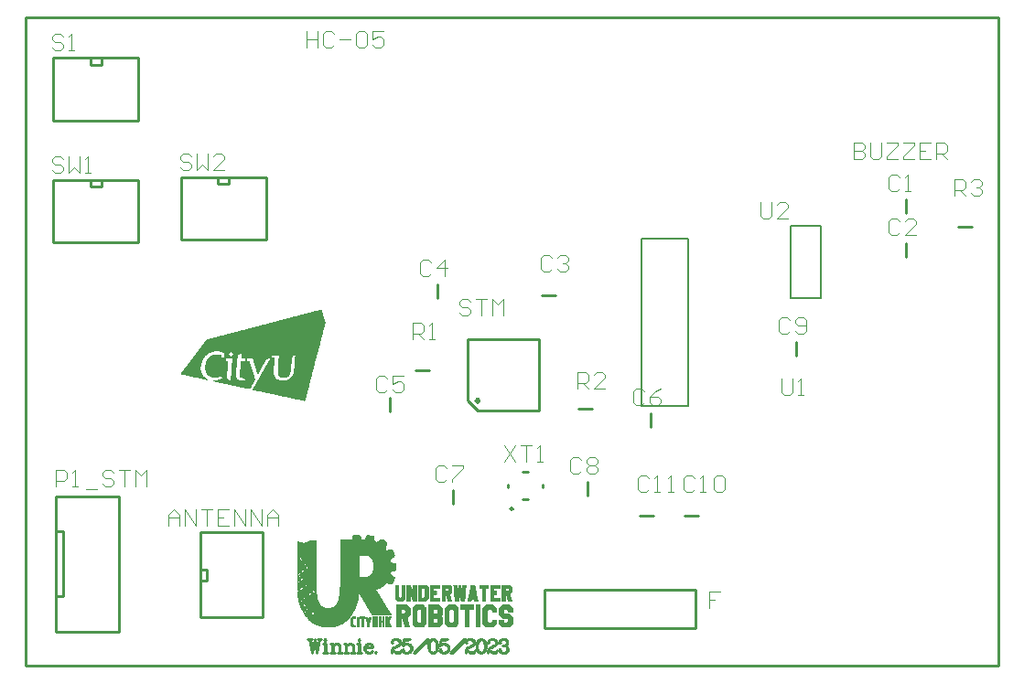
<source format=gto>
G04*
G04 #@! TF.GenerationSoftware,Altium Limited,Altium Designer,18.1.7 (191)*
G04*
G04 Layer_Color=65535*
%FSLAX25Y25*%
%MOIN*%
G70*
G01*
G75*
%ADD10C,0.01000*%
%ADD11C,0.00100*%
%ADD12C,0.00787*%
%ADD13C,0.00200*%
D10*
X351207Y279500D02*
G03*
X351207Y279500I-707J0D01*
G01*
X363500Y240000D02*
G03*
X363500Y240000I-500J0D01*
G01*
X430059Y208750D02*
Y210500D01*
Y196500D02*
Y205250D01*
X374941Y196500D02*
X430059D01*
X374941Y210500D02*
X430059D01*
Y205250D02*
Y208750D01*
X374941Y196500D02*
Y210500D01*
X249583Y229780D02*
Y231500D01*
X272417D01*
Y229780D02*
Y231500D01*
Y200500D02*
Y202221D01*
X249583Y200500D02*
X272417D01*
X249583D02*
Y202221D01*
X272417D02*
Y229780D01*
X249583Y202221D02*
Y229780D01*
X252000Y214032D02*
Y217969D01*
Y214000D02*
Y214032D01*
X249583Y217969D02*
X252000D01*
X249583Y214000D02*
X252000D01*
X347000Y279500D02*
Y302000D01*
Y279500D02*
X350500Y276000D01*
X373000D01*
Y302000D01*
X347000D02*
X373000D01*
X387197Y276500D02*
X392197D01*
X318500Y275673D02*
Y280673D01*
X525500Y343000D02*
X530500D01*
X328000Y290500D02*
X333000D01*
X466500Y296000D02*
Y301000D01*
X199500Y208189D02*
Y231811D01*
X197083Y195394D02*
Y244606D01*
X219917Y195394D02*
Y244606D01*
X197083Y208189D02*
X199500D01*
X197083Y231811D02*
X199500D01*
X197083Y195394D02*
X219917D01*
X197083Y244606D02*
X219917D01*
X256000Y358500D02*
Y360917D01*
X259968Y358500D02*
Y360917D01*
X256000Y358500D02*
X256031D01*
X259968D01*
X244220Y360917D02*
X271779D01*
X244220Y338083D02*
X271779D01*
X242500Y360917D02*
X244220D01*
X242500Y338083D02*
Y360917D01*
Y338083D02*
X244220D01*
X271779D02*
X273500D01*
Y360917D01*
X271779D02*
X273500D01*
X209500Y357500D02*
Y359917D01*
X213469Y357500D02*
Y359917D01*
X209500Y357500D02*
X209531D01*
X213469D01*
X197721Y359917D02*
X225279D01*
X197721Y337083D02*
X225279D01*
X196000Y359917D02*
X197721D01*
X196000Y337083D02*
Y359917D01*
Y337083D02*
X197721D01*
X225279D02*
X227000D01*
Y359917D01*
X225279D02*
X227000D01*
X209500Y402000D02*
Y404417D01*
X213469Y402000D02*
Y404417D01*
X209500Y402000D02*
X209531D01*
X213469D01*
X197721Y404417D02*
X225279D01*
X197721Y381583D02*
X225279D01*
X196000Y404417D02*
X197721D01*
X196000Y381583D02*
Y404417D01*
Y381583D02*
X197721D01*
X225279D02*
X227000D01*
Y404417D01*
X225279D02*
X227000D01*
X413500Y270063D02*
Y275063D01*
X374000Y318000D02*
X379000D01*
X341500Y242000D02*
Y247000D01*
X367000Y253421D02*
X369000D01*
X367000Y243579D02*
X369000D01*
X374299Y248000D02*
X374299Y249000D01*
X361701D02*
X361701Y248000D01*
X390500Y245000D02*
Y250000D01*
X336000Y317000D02*
Y322000D01*
X409500Y237500D02*
X414500D01*
X426000D02*
X431000D01*
X506500Y332000D02*
Y337000D01*
Y348000D02*
Y353000D01*
X289214Y192499D02*
X290166Y187500D01*
X289452Y192499D02*
X290166Y188690D01*
X291119Y192499D02*
X290166Y187500D01*
X291119Y192499D02*
X292071Y187500D01*
X291356Y192499D02*
X292071Y188690D01*
X293023Y192499D02*
X292071Y187500D01*
X288500Y192499D02*
X290166D01*
X292309D02*
X293737D01*
X294999D02*
X294761Y192261D01*
X294999Y192023D01*
X295237Y192261D01*
X294999Y192499D01*
Y190833D02*
Y187500D01*
X295237Y190833D02*
Y187500D01*
X294285Y190833D02*
X295237D01*
X294285Y187500D02*
X295951D01*
X297569Y190833D02*
Y187500D01*
X297808Y190833D02*
Y187500D01*
Y190119D02*
X298284Y190595D01*
X298998Y190833D01*
X299474D01*
X300188Y190595D01*
X300426Y190119D01*
Y187500D01*
X299474Y190833D02*
X299950Y190595D01*
X300188Y190119D01*
Y187500D01*
X296855Y190833D02*
X297808D01*
X296855Y187500D02*
X298522D01*
X299474D02*
X301140D01*
X302497Y190833D02*
Y187500D01*
X302735Y190833D02*
Y187500D01*
Y190119D02*
X303211Y190595D01*
X303925Y190833D01*
X304401D01*
X305116Y190595D01*
X305353Y190119D01*
Y187500D01*
X304401Y190833D02*
X304877Y190595D01*
X305116Y190119D01*
Y187500D01*
X301783Y190833D02*
X302735D01*
X301783Y187500D02*
X303449D01*
X304401D02*
X306068D01*
X307424Y192499D02*
X307187Y192261D01*
X307424Y192023D01*
X307663Y192261D01*
X307424Y192499D01*
Y190833D02*
Y187500D01*
X307663Y190833D02*
Y187500D01*
X306710Y190833D02*
X307663D01*
X306710Y187500D02*
X308377D01*
X309519Y189404D02*
X312376D01*
Y189880D01*
X312138Y190357D01*
X311900Y190595D01*
X311424Y190833D01*
X310710D01*
X309995Y190595D01*
X309519Y190119D01*
X309281Y189404D01*
Y188928D01*
X309519Y188214D01*
X309995Y187738D01*
X310710Y187500D01*
X311186D01*
X311900Y187738D01*
X312376Y188214D01*
X312138Y189404D02*
Y190119D01*
X311900Y190595D01*
X310710Y190833D02*
X310233Y190595D01*
X309757Y190119D01*
X309519Y189404D01*
Y188928D01*
X309757Y188214D01*
X310233Y187738D01*
X310710Y187500D01*
X313376Y187976D02*
X313138Y187738D01*
X313376Y187500D01*
X313614Y187738D01*
X313376Y187976D01*
X319374Y191547D02*
X319612Y191309D01*
X319374Y191071D01*
X319136Y191309D01*
Y191547D01*
X319374Y192023D01*
X319612Y192261D01*
X320326Y192499D01*
X321279D01*
X321993Y192261D01*
X322231Y192023D01*
X322469Y191547D01*
Y191071D01*
X322231Y190595D01*
X321517Y190119D01*
X320326Y189642D01*
X319850Y189404D01*
X319374Y188928D01*
X319136Y188214D01*
Y187500D01*
X321279Y192499D02*
X321755Y192261D01*
X321993Y192023D01*
X322231Y191547D01*
Y191071D01*
X321993Y190595D01*
X321279Y190119D01*
X320326Y189642D01*
X319136Y187976D02*
X319374Y188214D01*
X319850D01*
X321041Y187738D01*
X321755D01*
X322231Y187976D01*
X322469Y188214D01*
Y188690D01*
X319850Y188214D02*
X321041Y187500D01*
X321993D01*
X322231Y187738D01*
X322469Y188214D01*
X323683Y192499D02*
X323207Y190119D01*
X323683Y190595D01*
X324397Y190833D01*
X325111D01*
X325825Y190595D01*
X326302Y190119D01*
X326539Y189404D01*
Y188928D01*
X326302Y188214D01*
X325825Y187738D01*
X325111Y187500D01*
X324397D01*
X323683Y187738D01*
X323445Y187976D01*
X323207Y188452D01*
Y188690D01*
X323445Y188928D01*
X323683Y188690D01*
X323445Y188452D01*
X325111Y190833D02*
X325587Y190595D01*
X326063Y190119D01*
X326302Y189404D01*
Y188928D01*
X326063Y188214D01*
X325587Y187738D01*
X325111Y187500D01*
X323683Y192499D02*
X326063D01*
X323683Y192261D02*
X324873D01*
X326063Y192499D01*
X331800Y191547D02*
X327753Y187500D01*
X327277D01*
X332276Y192499D01*
X332752D01*
X331800Y191547D01*
X334062Y192499D02*
X333348Y192261D01*
X332872Y191547D01*
X332633Y190357D01*
Y189642D01*
X332872Y188452D01*
X333348Y187738D01*
X334062Y187500D01*
X334538D01*
X335252Y187738D01*
X335728Y188452D01*
X335966Y189642D01*
Y190357D01*
X335728Y191547D01*
X335252Y192261D01*
X334538Y192499D01*
X334062D01*
X333586Y192261D01*
X333348Y192023D01*
X333109Y191547D01*
X332872Y190357D01*
Y189642D01*
X333109Y188452D01*
X333348Y187976D01*
X333586Y187738D01*
X334062Y187500D01*
X334538D02*
X335014Y187738D01*
X335252Y187976D01*
X335490Y188452D01*
X335728Y189642D01*
Y190357D01*
X335490Y191547D01*
X335252Y192023D01*
X335014Y192261D01*
X334538Y192499D01*
X337180D02*
X336704Y190119D01*
X337180Y190595D01*
X337894Y190833D01*
X338608D01*
X339322Y190595D01*
X339799Y190119D01*
X340037Y189404D01*
Y188928D01*
X339799Y188214D01*
X339322Y187738D01*
X338608Y187500D01*
X337894D01*
X337180Y187738D01*
X336942Y187976D01*
X336704Y188452D01*
Y188690D01*
X336942Y188928D01*
X337180Y188690D01*
X336942Y188452D01*
X338608Y190833D02*
X339084Y190595D01*
X339561Y190119D01*
X339799Y189404D01*
Y188928D01*
X339561Y188214D01*
X339084Y187738D01*
X338608Y187500D01*
X337180Y192499D02*
X339561D01*
X337180Y192261D02*
X338370D01*
X339561Y192499D01*
X345297Y191547D02*
X341251Y187500D01*
X340774D01*
X345774Y192499D01*
X346250D01*
X345297Y191547D01*
X346369D02*
X346607Y191309D01*
X346369Y191071D01*
X346130Y191309D01*
Y191547D01*
X346369Y192023D01*
X346607Y192261D01*
X347321Y192499D01*
X348273D01*
X348987Y192261D01*
X349225Y192023D01*
X349463Y191547D01*
Y191071D01*
X349225Y190595D01*
X348511Y190119D01*
X347321Y189642D01*
X346845Y189404D01*
X346369Y188928D01*
X346130Y188214D01*
Y187500D01*
X348273Y192499D02*
X348749Y192261D01*
X348987Y192023D01*
X349225Y191547D01*
Y191071D01*
X348987Y190595D01*
X348273Y190119D01*
X347321Y189642D01*
X346130Y187976D02*
X346369Y188214D01*
X346845D01*
X348035Y187738D01*
X348749D01*
X349225Y187976D01*
X349463Y188214D01*
Y188690D01*
X346845Y188214D02*
X348035Y187500D01*
X348987D01*
X349225Y187738D01*
X349463Y188214D01*
X351629Y192499D02*
X350915Y192261D01*
X350439Y191547D01*
X350201Y190357D01*
Y189642D01*
X350439Y188452D01*
X350915Y187738D01*
X351629Y187500D01*
X352105D01*
X352820Y187738D01*
X353296Y188452D01*
X353534Y189642D01*
Y190357D01*
X353296Y191547D01*
X352820Y192261D01*
X352105Y192499D01*
X351629D01*
X351153Y192261D01*
X350915Y192023D01*
X350677Y191547D01*
X350439Y190357D01*
Y189642D01*
X350677Y188452D01*
X350915Y187976D01*
X351153Y187738D01*
X351629Y187500D01*
X352105D02*
X352582Y187738D01*
X352820Y187976D01*
X353058Y188452D01*
X353296Y189642D01*
Y190357D01*
X353058Y191547D01*
X352820Y192023D01*
X352582Y192261D01*
X352105Y192499D01*
X354510Y191547D02*
X354748Y191309D01*
X354510Y191071D01*
X354272Y191309D01*
Y191547D01*
X354510Y192023D01*
X354748Y192261D01*
X355462Y192499D01*
X356414D01*
X357128Y192261D01*
X357366Y192023D01*
X357604Y191547D01*
Y191071D01*
X357366Y190595D01*
X356652Y190119D01*
X355462Y189642D01*
X354986Y189404D01*
X354510Y188928D01*
X354272Y188214D01*
Y187500D01*
X356414Y192499D02*
X356890Y192261D01*
X357128Y192023D01*
X357366Y191547D01*
Y191071D01*
X357128Y190595D01*
X356414Y190119D01*
X355462Y189642D01*
X354272Y187976D02*
X354510Y188214D01*
X354986D01*
X356176Y187738D01*
X356890D01*
X357366Y187976D01*
X357604Y188214D01*
Y188690D01*
X354986Y188214D02*
X356176Y187500D01*
X357128D01*
X357366Y187738D01*
X357604Y188214D01*
X358580Y191547D02*
X358818Y191309D01*
X358580Y191071D01*
X358342Y191309D01*
Y191547D01*
X358580Y192023D01*
X358818Y192261D01*
X359532Y192499D01*
X360485D01*
X361199Y192261D01*
X361437Y191785D01*
Y191071D01*
X361199Y190595D01*
X360485Y190357D01*
X359770D01*
X360485Y192499D02*
X360961Y192261D01*
X361199Y191785D01*
Y191071D01*
X360961Y190595D01*
X360485Y190357D01*
X360961Y190119D01*
X361437Y189642D01*
X361675Y189166D01*
Y188452D01*
X361437Y187976D01*
X361199Y187738D01*
X360485Y187500D01*
X359532D01*
X358818Y187738D01*
X358580Y187976D01*
X358342Y188452D01*
Y188690D01*
X358580Y188928D01*
X358818Y188690D01*
X358580Y188452D01*
X361199Y189880D02*
X361437Y189166D01*
Y188452D01*
X361199Y187976D01*
X360961Y187738D01*
X360485Y187500D01*
X540331Y183000D02*
Y419220D01*
X186000Y183000D02*
X540331D01*
X186000D02*
Y419220D01*
X540331D01*
D11*
X306200Y230600D02*
X307200D01*
X305200Y230500D02*
X307400D01*
X310200D02*
X310900D01*
X305100Y230400D02*
X307500D01*
X310100D02*
X311600D01*
X305100Y230300D02*
X307600D01*
X310100D02*
X312300D01*
X305100Y230200D02*
X307600D01*
X310000D02*
X312500D01*
X305000Y230100D02*
X307700D01*
X310000D02*
X312600D01*
X305000Y230000D02*
X307700D01*
X310000D02*
X312600D01*
X305000Y229900D02*
X307700D01*
X309900D02*
X312600D01*
X305000Y229800D02*
X307800D01*
X309900D02*
X312600D01*
X305000Y229700D02*
X307800D01*
X309800D02*
X312600D01*
X305000Y229600D02*
X307800D01*
X309800D02*
X312600D01*
X305000Y229500D02*
X307900D01*
X309700D02*
X312700D01*
X304900Y229400D02*
X307900D01*
X309700D02*
X312700D01*
X304900Y229300D02*
X307900D01*
X309700D02*
X312700D01*
X304900Y229200D02*
X308000D01*
X309600D02*
X312700D01*
X304900Y229100D02*
X308000D01*
X309600D02*
X312700D01*
X304900Y229000D02*
X308000D01*
X309500D02*
X312700D01*
X315300D02*
X316000D01*
X304800Y228900D02*
X308100D01*
X309500D02*
X312700D01*
X315200D02*
X316100D01*
X300500Y228800D02*
X312700D01*
X315100D02*
X316300D01*
X289800Y228700D02*
X290700D01*
X300500D02*
X312800D01*
X314900D02*
X316400D01*
X289400Y228600D02*
X291300D01*
X300500D02*
X312800D01*
X314800D02*
X316500D01*
X289200Y228500D02*
X291500D01*
X300500D02*
X312800D01*
X314700D02*
X316600D01*
X289000Y228400D02*
X291500D01*
X300500D02*
X312800D01*
X314500D02*
X316800D01*
X284800Y228300D02*
X285000D01*
X288900D02*
X291500D01*
X300500D02*
X312900D01*
X314400D02*
X316900D01*
X284800Y228200D02*
X285200D01*
X288700D02*
X291500D01*
X300500D02*
X313200D01*
X314300D02*
X317000D01*
X284800Y228100D02*
X285400D01*
X288500D02*
X291500D01*
X300500D02*
X313400D01*
X314100D02*
X317100D01*
X284800Y228000D02*
X285700D01*
X288200D02*
X291500D01*
X300500D02*
X313600D01*
X314000D02*
X317200D01*
X284800Y227900D02*
X286000D01*
X288000D02*
X291500D01*
X300500D02*
X317400D01*
X284800Y227800D02*
X286500D01*
X287500D02*
X291500D01*
X300500D02*
X317400D01*
X284800Y227700D02*
X291500D01*
X300500D02*
X317400D01*
X284800Y227600D02*
X291500D01*
X300500D02*
X317400D01*
X284800Y227500D02*
X291500D01*
X300500D02*
X317400D01*
X284800Y227400D02*
X291500D01*
X300500D02*
X317400D01*
X284800Y227300D02*
X291500D01*
X300500D02*
X317400D01*
X284800Y227200D02*
X291500D01*
X300500D02*
X317300D01*
X284800Y227100D02*
X291500D01*
X300500D02*
X317300D01*
X284800Y227000D02*
X291500D01*
X300500D02*
X317200D01*
X284800Y226900D02*
X291500D01*
X300500D02*
X317200D01*
X284800Y226800D02*
X291500D01*
X300500D02*
X317200D01*
X284800Y226700D02*
X291500D01*
X300500D02*
X317100D01*
X284800Y226600D02*
X291500D01*
X300500D02*
X317100D01*
X284800Y226500D02*
X291500D01*
X300500D02*
X317000D01*
X284800Y226400D02*
X291500D01*
X300500D02*
X317000D01*
X284800Y226300D02*
X291500D01*
X300500D02*
X316900D01*
X284800Y226200D02*
X291500D01*
X300500D02*
X316900D01*
X284800Y226100D02*
X291500D01*
X300500D02*
X316900D01*
X284800Y226000D02*
X291500D01*
X300500D02*
X316800D01*
X284800Y225900D02*
X291500D01*
X300500D02*
X316800D01*
X284800Y225800D02*
X291500D01*
X300500D02*
X316700D01*
X284800Y225700D02*
X291500D01*
X300500D02*
X316700D01*
X284800Y225600D02*
X291500D01*
X300500D02*
X316700D01*
X284800Y225500D02*
X291500D01*
X300500D02*
X316800D01*
X284800Y225400D02*
X291500D01*
X300500D02*
X316900D01*
X284800Y225300D02*
X291500D01*
X300500D02*
X316900D01*
X284800Y225200D02*
X291500D01*
X300500D02*
X317000D01*
X284800Y225100D02*
X291500D01*
X300500D02*
X317100D01*
X318100D02*
X319300D01*
X284800Y225000D02*
X291500D01*
X300500D02*
X317200D01*
X317300D02*
X319400D01*
X284800Y224900D02*
X291500D01*
X300500D02*
X319500D01*
X284800Y224800D02*
X291500D01*
X300500D02*
X319600D01*
X284800Y224700D02*
X291500D01*
X300500D02*
X319600D01*
X284800Y224600D02*
X291500D01*
X300500D02*
X319700D01*
X284800Y224500D02*
X291500D01*
X300500D02*
X319700D01*
X284800Y224400D02*
X291500D01*
X300500D02*
X319700D01*
X284800Y224300D02*
X291500D01*
X300500D02*
X319800D01*
X284800Y224200D02*
X291500D01*
X300500D02*
X319800D01*
X284800Y224100D02*
X291500D01*
X300500D02*
X319900D01*
X284800Y224000D02*
X291500D01*
X300500D02*
X319900D01*
X284800Y223900D02*
X291500D01*
X300500D02*
X320000D01*
X284800Y223800D02*
X291500D01*
X300500D02*
X320000D01*
X284800Y223700D02*
X291500D01*
X300500D02*
X320000D01*
X284800Y223600D02*
X291500D01*
X300500D02*
X320100D01*
X284800Y223500D02*
X291500D01*
X300500D02*
X320100D01*
X284800Y223400D02*
X291500D01*
X300500D02*
X320200D01*
X284800Y223300D02*
X291500D01*
X300500D02*
X320200D01*
X284800Y223200D02*
X291500D01*
X300500D02*
X307300D01*
X310500D02*
X320200D01*
X284800Y223100D02*
X291500D01*
X300500D02*
X307300D01*
X310800D02*
X320100D01*
X284800Y223000D02*
X291500D01*
X300500D02*
X307300D01*
X311000D02*
X320100D01*
X284800Y222900D02*
X291500D01*
X300500D02*
X307300D01*
X311200D02*
X320000D01*
X284800Y222800D02*
X291500D01*
X300500D02*
X307300D01*
X311300D02*
X319900D01*
X284800Y222700D02*
X291500D01*
X300500D02*
X307300D01*
X311400D02*
X319800D01*
X284800Y222600D02*
X285700D01*
X286100D02*
X291500D01*
X300500D02*
X307300D01*
X311600D02*
X319700D01*
X284800Y222500D02*
X285600D01*
X286200D02*
X291500D01*
X300500D02*
X307300D01*
X311700D02*
X319500D01*
X284800Y222400D02*
X285500D01*
X286200D02*
X291500D01*
X300500D02*
X307300D01*
X311700D02*
X319400D01*
X284800Y222300D02*
X285400D01*
X286300D02*
X291500D01*
X300500D02*
X307300D01*
X311800D02*
X319300D01*
X284800Y222200D02*
X285400D01*
X286300D02*
X291500D01*
X300500D02*
X307300D01*
X311900D02*
X319100D01*
X284800Y222100D02*
X285400D01*
X286300D02*
X291500D01*
X300500D02*
X307300D01*
X312000D02*
X319000D01*
X284800Y222000D02*
X285500D01*
X286300D02*
X291500D01*
X300500D02*
X307300D01*
X312000D02*
X318900D01*
X284800Y221900D02*
X285500D01*
X286300D02*
X291500D01*
X300500D02*
X307300D01*
X312100D02*
X318800D01*
X284800Y221800D02*
X285600D01*
X286400D02*
X291500D01*
X300500D02*
X307300D01*
X312200D02*
X318600D01*
X284800Y221700D02*
X285700D01*
X286500D02*
X291500D01*
X300500D02*
X307300D01*
X312200D02*
X318600D01*
X284800Y221600D02*
X286000D01*
X286600D02*
X291500D01*
X300500D02*
X307300D01*
X312300D02*
X318600D01*
X284800Y221500D02*
X286100D01*
X286600D02*
X291500D01*
X300500D02*
X307300D01*
X312300D02*
X318600D01*
X284800Y221400D02*
X286200D01*
X286700D02*
X291500D01*
X300500D02*
X307300D01*
X312300D02*
X318600D01*
X284800Y221300D02*
X286300D01*
X286800D02*
X291500D01*
X300500D02*
X307300D01*
X312400D02*
X318700D01*
X284800Y221200D02*
X286400D01*
X286900D02*
X291500D01*
X300500D02*
X307300D01*
X312400D02*
X318700D01*
X284800Y221100D02*
X286400D01*
X286900D02*
X291500D01*
X300500D02*
X307300D01*
X312400D02*
X318700D01*
X284800Y221000D02*
X286500D01*
X287000D02*
X291500D01*
X300500D02*
X307300D01*
X312400D02*
X318700D01*
X284800Y220900D02*
X286600D01*
X287100D02*
X291500D01*
X300500D02*
X307300D01*
X312500D02*
X318700D01*
X284800Y220800D02*
X286700D01*
X287200D02*
X291500D01*
X300500D02*
X307300D01*
X312500D02*
X318700D01*
X284800Y220700D02*
X286700D01*
X287200D02*
X291500D01*
X300500D02*
X307300D01*
X312500D02*
X318800D01*
X284800Y220600D02*
X286800D01*
X287300D02*
X291500D01*
X300500D02*
X307300D01*
X312500D02*
X318900D01*
X284800Y220500D02*
X286900D01*
X287400D02*
X291500D01*
X300500D02*
X307300D01*
X312500D02*
X319300D01*
X284800Y220400D02*
X287000D01*
X287500D02*
X291500D01*
X300500D02*
X307300D01*
X312500D02*
X319700D01*
X284800Y220300D02*
X287000D01*
X287500D02*
X291500D01*
X300500D02*
X307300D01*
X312600D02*
X320000D01*
X284800Y220200D02*
X287100D01*
X287600D02*
X291500D01*
X300500D02*
X307300D01*
X312600D02*
X320300D01*
X284800Y220100D02*
X287200D01*
X287700D02*
X291500D01*
X300500D02*
X307300D01*
X312600D02*
X320500D01*
X284800Y220000D02*
X287300D01*
X287800D02*
X291500D01*
X300500D02*
X307300D01*
X312600D02*
X320600D01*
X284800Y219900D02*
X287300D01*
X287800D02*
X291500D01*
X300500D02*
X307300D01*
X312600D02*
X320600D01*
X284800Y219800D02*
X287400D01*
X287900D02*
X291500D01*
X300500D02*
X307300D01*
X312600D02*
X320600D01*
X284800Y219700D02*
X287500D01*
X288000D02*
X291500D01*
X300500D02*
X307300D01*
X312600D02*
X320600D01*
X284800Y219600D02*
X287600D01*
X288100D02*
X291500D01*
X300500D02*
X307300D01*
X312700D02*
X320600D01*
X284800Y219500D02*
X287700D01*
X288100D02*
X291500D01*
X300500D02*
X307300D01*
X312700D02*
X320600D01*
X284800Y219400D02*
X287700D01*
X288200D02*
X291500D01*
X300500D02*
X307300D01*
X312700D02*
X320600D01*
X284800Y219300D02*
X287800D01*
X288300D02*
X291500D01*
X300500D02*
X307300D01*
X312600D02*
X320600D01*
X284800Y219200D02*
X287900D01*
X288400D02*
X291500D01*
X300500D02*
X307300D01*
X312700D02*
X320600D01*
X284800Y219100D02*
X288000D01*
X288400D02*
X291500D01*
X300500D02*
X307300D01*
X312700D02*
X320600D01*
X284800Y219000D02*
X288000D01*
X288500D02*
X291500D01*
X300500D02*
X307300D01*
X312700D02*
X320600D01*
X284800Y218900D02*
X288100D01*
X288500D02*
X291500D01*
X300500D02*
X307300D01*
X312600D02*
X320600D01*
X284800Y218800D02*
X288100D01*
X288500D02*
X291500D01*
X300500D02*
X307300D01*
X312700D02*
X320600D01*
X284800Y218700D02*
X288000D01*
X288500D02*
X291500D01*
X300500D02*
X307300D01*
X312700D02*
X320600D01*
X284800Y218600D02*
X287900D01*
X288500D02*
X291500D01*
X300500D02*
X307300D01*
X312700D02*
X320600D01*
X284800Y218500D02*
X287800D01*
X288500D02*
X291500D01*
X300500D02*
X307300D01*
X312600D02*
X320600D01*
X284800Y218400D02*
X287700D01*
X288300D02*
X291500D01*
X300500D02*
X307300D01*
X312600D02*
X320600D01*
X284800Y218300D02*
X287600D01*
X288200D02*
X291500D01*
X300500D02*
X307300D01*
X312600D02*
X320600D01*
X284800Y218200D02*
X287500D01*
X288100D02*
X291500D01*
X300500D02*
X307300D01*
X312600D02*
X320600D01*
X284800Y218100D02*
X287400D01*
X288000D02*
X291500D01*
X300500D02*
X307300D01*
X312600D02*
X320600D01*
X284800Y218000D02*
X287200D01*
X287800D02*
X291500D01*
X300500D02*
X307300D01*
X312600D02*
X320600D01*
X284800Y217900D02*
X286700D01*
X286800D02*
X287100D01*
X287700D02*
X291500D01*
X300500D02*
X307300D01*
X312600D02*
X320500D01*
X284800Y217800D02*
X286500D01*
X287600D02*
X291500D01*
X300500D02*
X307300D01*
X312500D02*
X320400D01*
X284800Y217700D02*
X286400D01*
X287500D02*
X291500D01*
X300500D02*
X307300D01*
X312500D02*
X320200D01*
X284800Y217600D02*
X286300D01*
X287300D02*
X291500D01*
X300500D02*
X307300D01*
X312500D02*
X319800D01*
X284800Y217500D02*
X286300D01*
X287200D02*
X291500D01*
X300500D02*
X307300D01*
X312400D02*
X319400D01*
X284800Y217400D02*
X286300D01*
X287300D02*
X291500D01*
X300500D02*
X307300D01*
X312400D02*
X319000D01*
X284800Y217300D02*
X286200D01*
X287200D02*
X291500D01*
X300500D02*
X307300D01*
X312400D02*
X318700D01*
X284800Y217200D02*
X286100D01*
X287200D02*
X291500D01*
X300500D02*
X307300D01*
X312300D02*
X318700D01*
X284800Y217100D02*
X286000D01*
X287100D02*
X291500D01*
X300500D02*
X307300D01*
X312300D02*
X318700D01*
X284800Y217000D02*
X285800D01*
X286500D02*
X291500D01*
X300500D02*
X307300D01*
X312300D02*
X318700D01*
X284800Y216900D02*
X285700D01*
X286400D02*
X291500D01*
X300500D02*
X307300D01*
X312200D02*
X318600D01*
X284800Y216800D02*
X285600D01*
X286200D02*
X291500D01*
X300500D02*
X307300D01*
X312200D02*
X318600D01*
X284800Y216700D02*
X285400D01*
X286100D02*
X291500D01*
X300500D02*
X307300D01*
X312100D02*
X318600D01*
X284800Y216600D02*
X285300D01*
X286000D02*
X291500D01*
X300500D02*
X307300D01*
X312100D02*
X318600D01*
X284800Y216500D02*
X285200D01*
X285900D02*
X291500D01*
X300500D02*
X307300D01*
X312000D02*
X318600D01*
X284800Y216400D02*
X285100D01*
X285700D02*
X291500D01*
X300500D02*
X307300D01*
X311900D02*
X318500D01*
X284800Y216300D02*
X285100D01*
X285600D02*
X291500D01*
X300500D02*
X307300D01*
X311800D02*
X318600D01*
X284800Y216200D02*
X285100D01*
X285500D02*
X291500D01*
X300500D02*
X307300D01*
X311700D02*
X318800D01*
X284800Y216100D02*
X285100D01*
X285500D02*
X291500D01*
X300500D02*
X307300D01*
X311600D02*
X318900D01*
X284800Y216000D02*
X285000D01*
X285500D02*
X291500D01*
X300500D02*
X307300D01*
X311500D02*
X319000D01*
X284800Y215900D02*
X285100D01*
X285600D02*
X291500D01*
X300500D02*
X307300D01*
X311400D02*
X319200D01*
X284800Y215800D02*
X285200D01*
X285700D02*
X291500D01*
X300500D02*
X307300D01*
X311300D02*
X319300D01*
X284800Y215700D02*
X285200D01*
X285800D02*
X291500D01*
X300500D02*
X307300D01*
X311100D02*
X319500D01*
X284800Y215600D02*
X285300D01*
X285800D02*
X291500D01*
X300500D02*
X307300D01*
X310900D02*
X319600D01*
X284800Y215500D02*
X285400D01*
X285900D02*
X291500D01*
X300500D02*
X307300D01*
X310600D02*
X319700D01*
X284800Y215400D02*
X285500D01*
X286000D02*
X291500D01*
X300500D02*
X319900D01*
X284800Y215300D02*
X285500D01*
X286100D02*
X291500D01*
X300500D02*
X320000D01*
X284800Y215200D02*
X285600D01*
X286100D02*
X291500D01*
X300500D02*
X320100D01*
X284800Y215100D02*
X285700D01*
X286200D02*
X291500D01*
X300500D02*
X320200D01*
X284800Y215000D02*
X285800D01*
X286300D02*
X291500D01*
X300500D02*
X320200D01*
X284800Y214900D02*
X285900D01*
X286700D02*
X291500D01*
X300500D02*
X320200D01*
X284800Y214800D02*
X285900D01*
X286800D02*
X291500D01*
X300500D02*
X320200D01*
X284800Y214700D02*
X285900D01*
X286800D02*
X291500D01*
X300500D02*
X320100D01*
X284800Y214600D02*
X285900D01*
X286900D02*
X291500D01*
X300500D02*
X320100D01*
X284800Y214500D02*
X285900D01*
X286900D02*
X291500D01*
X300500D02*
X320000D01*
X284800Y214400D02*
X285900D01*
X286900D02*
X291500D01*
X300500D02*
X320000D01*
X284800Y214300D02*
X285800D01*
X286900D02*
X291500D01*
X300500D02*
X319900D01*
X284800Y214200D02*
X285700D01*
X286800D02*
X291500D01*
X300500D02*
X319900D01*
X284800Y214100D02*
X285600D01*
X286700D02*
X291500D01*
X300500D02*
X319900D01*
X284800Y214000D02*
X285500D01*
X286100D02*
X291500D01*
X300500D02*
X319800D01*
X284800Y213900D02*
X285300D01*
X286000D02*
X291500D01*
X300500D02*
X319800D01*
X284800Y213800D02*
X285200D01*
X285900D02*
X291500D01*
X300500D02*
X319700D01*
X284800Y213700D02*
X285100D01*
X285700D02*
X291500D01*
X300500D02*
X319700D01*
X284800Y213600D02*
X285000D01*
X285600D02*
X291500D01*
X300500D02*
X319600D01*
X285500Y213500D02*
X291500D01*
X300500D02*
X319600D01*
X285300Y213400D02*
X291500D01*
X300500D02*
X319500D01*
X285200Y213300D02*
X291500D01*
X300500D02*
X319500D01*
X285100Y213200D02*
X291500D01*
X300500D02*
X319500D01*
X284900Y213100D02*
X291500D01*
X300500D02*
X316900D01*
X317400D02*
X319400D01*
X284800Y213000D02*
X291500D01*
X300500D02*
X316800D01*
X318100D02*
X319300D01*
X284800Y212900D02*
X291500D01*
X300500D02*
X316700D01*
X284800Y212800D02*
X291500D01*
X300500D02*
X316600D01*
X284800Y212700D02*
X291500D01*
X300500D02*
X316600D01*
X284800Y212600D02*
X291500D01*
X300500D02*
X316500D01*
X284800Y212500D02*
X287600D01*
X288100D02*
X291500D01*
X300500D02*
X316400D01*
X284800Y212400D02*
X287500D01*
X288200D02*
X291500D01*
X300500D02*
X316300D01*
X320500D02*
X321600D01*
X322900D02*
X324000D01*
X324700D02*
X325900D01*
X327100D02*
X328200D01*
X328900D02*
X331700D01*
X333200D02*
X336700D01*
X337500D02*
X340200D01*
X341700D02*
X342900D01*
X343800D02*
X344200D01*
X345100D02*
X346200D01*
X348100D02*
X349400D01*
X351200D02*
X354400D01*
X355200D02*
X358700D01*
X359400D02*
X362100D01*
X284800Y212300D02*
X287300D01*
X288300D02*
X291500D01*
X300500D02*
X316200D01*
X320500D02*
X321600D01*
X322900D02*
X324000D01*
X324700D02*
X325900D01*
X327100D02*
X328200D01*
X328900D02*
X331800D01*
X333200D02*
X336700D01*
X337500D02*
X340300D01*
X341700D02*
X342900D01*
X343800D02*
X344200D01*
X345100D02*
X346200D01*
X348100D02*
X349400D01*
X351200D02*
X354400D01*
X355200D02*
X358700D01*
X359400D02*
X362200D01*
X284800Y212200D02*
X287200D01*
X288400D02*
X291500D01*
X300500D02*
X316000D01*
X320500D02*
X321600D01*
X322900D02*
X324000D01*
X324700D02*
X326000D01*
X327100D02*
X328200D01*
X328900D02*
X331900D01*
X333200D02*
X336700D01*
X337500D02*
X340400D01*
X341700D02*
X342900D01*
X343700D02*
X344200D01*
X345100D02*
X346200D01*
X348100D02*
X349400D01*
X351200D02*
X354400D01*
X355200D02*
X358700D01*
X359400D02*
X362300D01*
X284800Y212100D02*
X287100D01*
X288600D02*
X291500D01*
X300500D02*
X315900D01*
X320500D02*
X321600D01*
X322900D02*
X324000D01*
X324700D02*
X326000D01*
X327100D02*
X328200D01*
X328900D02*
X332000D01*
X333200D02*
X336700D01*
X337500D02*
X340500D01*
X341800D02*
X342900D01*
X343700D02*
X344200D01*
X345100D02*
X346200D01*
X348000D02*
X349400D01*
X351200D02*
X354400D01*
X355200D02*
X358700D01*
X359400D02*
X362400D01*
X284800Y212000D02*
X287000D01*
X287600D02*
X288100D01*
X288700D02*
X291500D01*
X300500D02*
X315800D01*
X320500D02*
X321600D01*
X322900D02*
X324000D01*
X324700D02*
X326000D01*
X327100D02*
X328200D01*
X328900D02*
X332100D01*
X333200D02*
X336700D01*
X337500D02*
X340600D01*
X341800D02*
X342900D01*
X343700D02*
X344300D01*
X345000D02*
X346200D01*
X348000D02*
X349400D01*
X351200D02*
X354400D01*
X355200D02*
X358700D01*
X359400D02*
X362500D01*
X284800Y211900D02*
X286800D01*
X287500D02*
X288200D01*
X288800D02*
X291500D01*
X300500D02*
X315700D01*
X320500D02*
X321600D01*
X322900D02*
X324000D01*
X324700D02*
X326100D01*
X327100D02*
X328200D01*
X328900D02*
X332200D01*
X333200D02*
X336700D01*
X337500D02*
X340700D01*
X341800D02*
X342900D01*
X343700D02*
X344300D01*
X345000D02*
X346200D01*
X348000D02*
X349400D01*
X351200D02*
X354400D01*
X355200D02*
X358700D01*
X359400D02*
X362600D01*
X284800Y211800D02*
X286700D01*
X287300D02*
X288300D01*
X288900D02*
X291500D01*
X300500D02*
X315500D01*
X320500D02*
X321600D01*
X322900D02*
X324000D01*
X324700D02*
X326100D01*
X327100D02*
X328200D01*
X328900D02*
X332300D01*
X333200D02*
X336700D01*
X337500D02*
X340800D01*
X341800D02*
X342900D01*
X343600D02*
X344300D01*
X345000D02*
X346200D01*
X348000D02*
X349500D01*
X351200D02*
X354400D01*
X355200D02*
X358700D01*
X359400D02*
X362700D01*
X284800Y211700D02*
X286600D01*
X287200D02*
X288400D01*
X289100D02*
X291500D01*
X300500D02*
X315300D01*
X320500D02*
X321600D01*
X322900D02*
X324000D01*
X324700D02*
X326200D01*
X327100D02*
X328200D01*
X328900D02*
X332400D01*
X333200D02*
X336700D01*
X337500D02*
X340900D01*
X341800D02*
X342900D01*
X343600D02*
X344300D01*
X345000D02*
X346200D01*
X348000D02*
X349500D01*
X351200D02*
X354400D01*
X355200D02*
X358700D01*
X359400D02*
X362800D01*
X284800Y211600D02*
X285900D01*
X287100D02*
X288600D01*
X289200D02*
X291500D01*
X300500D02*
X315200D01*
X320500D02*
X321600D01*
X322900D02*
X324000D01*
X324700D02*
X326200D01*
X327100D02*
X328200D01*
X328900D02*
X332500D01*
X333200D02*
X336700D01*
X337500D02*
X341000D01*
X341800D02*
X342900D01*
X343600D02*
X344400D01*
X345000D02*
X346100D01*
X347900D02*
X349500D01*
X351200D02*
X354400D01*
X355200D02*
X358700D01*
X359400D02*
X362900D01*
X284800Y211500D02*
X285800D01*
X287000D02*
X288700D01*
X289300D02*
X291500D01*
X300400D02*
X315000D01*
X320500D02*
X321600D01*
X322900D02*
X324000D01*
X324700D02*
X326300D01*
X327100D02*
X328200D01*
X328900D02*
X332500D01*
X333200D02*
X336700D01*
X337500D02*
X341000D01*
X341800D02*
X343000D01*
X343500D02*
X344400D01*
X345000D02*
X346100D01*
X347900D02*
X349500D01*
X351200D02*
X354400D01*
X355200D02*
X358700D01*
X359400D02*
X362900D01*
X284800Y211400D02*
X285800D01*
X286800D02*
X288800D01*
X289400D02*
X291500D01*
X300400D02*
X314800D01*
X320500D02*
X321600D01*
X322900D02*
X324000D01*
X324700D02*
X326300D01*
X327100D02*
X328200D01*
X328900D02*
X332500D01*
X333200D02*
X336700D01*
X337500D02*
X341000D01*
X341800D02*
X343000D01*
X343500D02*
X344400D01*
X345000D02*
X346100D01*
X347900D02*
X349500D01*
X351200D02*
X354400D01*
X355200D02*
X358700D01*
X359400D02*
X362900D01*
X284800Y211300D02*
X285700D01*
X286800D02*
X288900D01*
X289600D02*
X291500D01*
X300400D02*
X314600D01*
X320500D02*
X321600D01*
X322900D02*
X324000D01*
X324700D02*
X326400D01*
X327100D02*
X328200D01*
X328900D02*
X330100D01*
X331100D02*
X332500D01*
X333200D02*
X334300D01*
X337500D02*
X338600D01*
X339600D02*
X341000D01*
X341800D02*
X343000D01*
X343500D02*
X344400D01*
X345000D02*
X346100D01*
X347900D02*
X349600D01*
X352300D02*
X353400D01*
X355200D02*
X356300D01*
X359400D02*
X360500D01*
X361600D02*
X362900D01*
X284800Y211200D02*
X285700D01*
X286800D02*
X289000D01*
X289700D02*
X291500D01*
X300400D02*
X314400D01*
X320500D02*
X321600D01*
X322900D02*
X324000D01*
X324700D02*
X326400D01*
X327100D02*
X328200D01*
X328900D02*
X330100D01*
X331200D02*
X332500D01*
X333200D02*
X334300D01*
X337500D02*
X338600D01*
X339700D02*
X341000D01*
X341800D02*
X343000D01*
X343500D02*
X344500D01*
X345000D02*
X346100D01*
X347900D02*
X349600D01*
X352300D02*
X353400D01*
X355200D02*
X356300D01*
X359400D02*
X360500D01*
X361700D02*
X362900D01*
X284800Y211100D02*
X285700D01*
X286800D02*
X289200D01*
X289800D02*
X291500D01*
X300400D02*
X314200D01*
X320500D02*
X321600D01*
X322900D02*
X324000D01*
X324700D02*
X326400D01*
X327100D02*
X328200D01*
X328900D02*
X330100D01*
X331300D02*
X332500D01*
X333200D02*
X334300D01*
X337500D02*
X338600D01*
X339800D02*
X341000D01*
X341900D02*
X343000D01*
X343400D02*
X344500D01*
X345000D02*
X346100D01*
X347900D02*
X349600D01*
X352300D02*
X353400D01*
X355200D02*
X356300D01*
X359400D02*
X360500D01*
X361800D02*
X362900D01*
X284800Y211000D02*
X285600D01*
X286700D02*
X289300D01*
X289900D02*
X291600D01*
X300400D02*
X313900D01*
X320500D02*
X321600D01*
X322900D02*
X324000D01*
X324700D02*
X326500D01*
X327100D02*
X328200D01*
X328900D02*
X330100D01*
X331300D02*
X332500D01*
X333200D02*
X334300D01*
X337500D02*
X338600D01*
X339900D02*
X341000D01*
X341900D02*
X343000D01*
X343400D02*
X344500D01*
X344900D02*
X346100D01*
X347800D02*
X349600D01*
X352300D02*
X353400D01*
X355200D02*
X356300D01*
X359400D02*
X360500D01*
X361800D02*
X362900D01*
X284800Y210900D02*
X285500D01*
X286600D02*
X289400D01*
X290100D02*
X291600D01*
X300400D02*
X313700D01*
X320500D02*
X321600D01*
X322900D02*
X324000D01*
X324700D02*
X326500D01*
X327100D02*
X328200D01*
X328900D02*
X330100D01*
X331300D02*
X332500D01*
X333200D02*
X334300D01*
X337500D02*
X338600D01*
X339900D02*
X341000D01*
X341900D02*
X343000D01*
X343400D02*
X344600D01*
X344900D02*
X346100D01*
X347800D02*
X349600D01*
X352300D02*
X353400D01*
X355200D02*
X356300D01*
X359400D02*
X360500D01*
X361800D02*
X362900D01*
X284800Y210800D02*
X285400D01*
X286500D02*
X289500D01*
X290200D02*
X291600D01*
X300400D02*
X313400D01*
X320500D02*
X321600D01*
X322900D02*
X324000D01*
X324700D02*
X326600D01*
X327100D02*
X328200D01*
X328900D02*
X330100D01*
X331300D02*
X332500D01*
X333200D02*
X334300D01*
X337500D02*
X338600D01*
X339900D02*
X341000D01*
X341900D02*
X343000D01*
X343400D02*
X344600D01*
X344900D02*
X346100D01*
X347800D02*
X349700D01*
X352300D02*
X353400D01*
X355200D02*
X356300D01*
X359400D02*
X360500D01*
X361800D02*
X362900D01*
X284800Y210700D02*
X285200D01*
X286000D02*
X286100D01*
X286300D02*
X289700D01*
X290300D02*
X291600D01*
X300400D02*
X313300D01*
X320500D02*
X321600D01*
X322900D02*
X324000D01*
X324700D02*
X326600D01*
X327100D02*
X328200D01*
X328900D02*
X330100D01*
X331300D02*
X332500D01*
X333200D02*
X334300D01*
X337500D02*
X338600D01*
X339900D02*
X341000D01*
X341900D02*
X343000D01*
X343300D02*
X344600D01*
X344900D02*
X346100D01*
X347800D02*
X349700D01*
X352300D02*
X353400D01*
X355200D02*
X356300D01*
X359400D02*
X360500D01*
X361800D02*
X362900D01*
X284800Y210600D02*
X285100D01*
X285900D02*
X289800D01*
X290400D02*
X291600D01*
X300400D02*
X313400D01*
X320500D02*
X321600D01*
X322900D02*
X324000D01*
X324700D02*
X326700D01*
X327100D02*
X328200D01*
X328900D02*
X330100D01*
X331300D02*
X332500D01*
X333200D02*
X334300D01*
X337500D02*
X338600D01*
X339900D02*
X341000D01*
X341900D02*
X343000D01*
X343300D02*
X344600D01*
X344900D02*
X346000D01*
X347800D02*
X349700D01*
X352300D02*
X353400D01*
X355200D02*
X356300D01*
X359400D02*
X360500D01*
X361800D02*
X362900D01*
X284800Y210500D02*
X285000D01*
X285700D02*
X289900D01*
X290900D02*
X291600D01*
X300400D02*
X313400D01*
X320500D02*
X321600D01*
X322900D02*
X324000D01*
X324700D02*
X326700D01*
X327100D02*
X328200D01*
X328900D02*
X330100D01*
X331300D02*
X332500D01*
X333200D02*
X334300D01*
X337500D02*
X338600D01*
X339900D02*
X341000D01*
X341900D02*
X343100D01*
X343300D02*
X344700D01*
X344900D02*
X346000D01*
X347700D02*
X349700D01*
X352300D02*
X353400D01*
X355200D02*
X356300D01*
X359400D02*
X360500D01*
X361800D02*
X362900D01*
X285600Y210400D02*
X290000D01*
X291100D02*
X291600D01*
X300400D02*
X313500D01*
X320500D02*
X321600D01*
X322900D02*
X324000D01*
X324700D02*
X326800D01*
X327100D02*
X328200D01*
X328900D02*
X330100D01*
X331300D02*
X332500D01*
X333200D02*
X334300D01*
X337500D02*
X338600D01*
X339800D02*
X341000D01*
X341900D02*
X343100D01*
X343300D02*
X344700D01*
X344900D02*
X346000D01*
X347700D02*
X349700D01*
X352300D02*
X353400D01*
X355200D02*
X356300D01*
X359400D02*
X360500D01*
X361800D02*
X362900D01*
X285500Y210300D02*
X290200D01*
X291200D02*
X291600D01*
X300400D02*
X313600D01*
X320500D02*
X321600D01*
X322900D02*
X324000D01*
X324700D02*
X326800D01*
X327100D02*
X328200D01*
X328900D02*
X330100D01*
X331300D02*
X332500D01*
X333200D02*
X334300D01*
X337500D02*
X338600D01*
X339700D02*
X341000D01*
X341900D02*
X343100D01*
X343200D02*
X344700D01*
X344900D02*
X346000D01*
X347700D02*
X349800D01*
X352300D02*
X353400D01*
X355200D02*
X356300D01*
X359400D02*
X360500D01*
X361700D02*
X362900D01*
X285300Y210200D02*
X290300D01*
X291200D02*
X291600D01*
X300400D02*
X313600D01*
X320500D02*
X321600D01*
X322900D02*
X324000D01*
X324700D02*
X326800D01*
X327100D02*
X328200D01*
X328900D02*
X330100D01*
X331300D02*
X332500D01*
X333200D02*
X334300D01*
X337500D02*
X338600D01*
X339600D02*
X341000D01*
X341900D02*
X343100D01*
X343200D02*
X344700D01*
X344900D02*
X346000D01*
X347700D02*
X349800D01*
X352300D02*
X353400D01*
X355200D02*
X356300D01*
X359400D02*
X360500D01*
X361600D02*
X362900D01*
X285200Y210100D02*
X290300D01*
X291300D02*
X291600D01*
X300400D02*
X313700D01*
X320500D02*
X321600D01*
X322900D02*
X324000D01*
X324700D02*
X326900D01*
X327100D02*
X328200D01*
X328900D02*
X330100D01*
X331300D02*
X332500D01*
X333200D02*
X335400D01*
X337500D02*
X341000D01*
X342000D02*
X343100D01*
X343200D02*
X344800D01*
X344900D02*
X346000D01*
X347700D02*
X349800D01*
X352300D02*
X353400D01*
X355200D02*
X357400D01*
X359400D02*
X362900D01*
X285100Y210000D02*
X290300D01*
X291200D02*
X291600D01*
X300400D02*
X313700D01*
X320500D02*
X321600D01*
X322900D02*
X324000D01*
X324700D02*
X326900D01*
X327100D02*
X328200D01*
X328900D02*
X330100D01*
X331300D02*
X332500D01*
X333200D02*
X335500D01*
X337500D02*
X341000D01*
X342000D02*
X343100D01*
X343200D02*
X346000D01*
X347600D02*
X349800D01*
X352300D02*
X353400D01*
X355200D02*
X357400D01*
X359400D02*
X362900D01*
X284900Y209900D02*
X290300D01*
X291200D02*
X291600D01*
X300400D02*
X313800D01*
X320500D02*
X321600D01*
X322900D02*
X324000D01*
X324700D02*
X327000D01*
X327100D02*
X328200D01*
X328900D02*
X330100D01*
X331300D02*
X332500D01*
X333200D02*
X335400D01*
X337500D02*
X341000D01*
X342000D02*
X346000D01*
X347600D02*
X349800D01*
X352300D02*
X353400D01*
X355200D02*
X357400D01*
X359400D02*
X362900D01*
X284900Y209800D02*
X290400D01*
X291200D02*
X291700D01*
X300400D02*
X307200D01*
X307300D02*
X313900D01*
X320500D02*
X321600D01*
X322900D02*
X324000D01*
X324700D02*
X327000D01*
X327100D02*
X328200D01*
X328900D02*
X330100D01*
X331300D02*
X332500D01*
X333200D02*
X335400D01*
X337500D02*
X340900D01*
X342000D02*
X346000D01*
X347600D02*
X349900D01*
X352300D02*
X353400D01*
X355200D02*
X357400D01*
X359400D02*
X362800D01*
X284900Y209700D02*
X290500D01*
X291100D02*
X291600D01*
X300300D02*
X307200D01*
X307300D02*
X313900D01*
X320500D02*
X321600D01*
X322900D02*
X324000D01*
X324700D02*
X328200D01*
X328900D02*
X330100D01*
X331300D02*
X332500D01*
X333200D02*
X335400D01*
X337500D02*
X340800D01*
X342000D02*
X346000D01*
X347600D02*
X349900D01*
X352300D02*
X353400D01*
X355200D02*
X357400D01*
X359400D02*
X362700D01*
X284900Y209600D02*
X289300D01*
X289800D02*
X290600D01*
X291000D02*
X291700D01*
X300300D02*
X307200D01*
X307400D02*
X314000D01*
X320500D02*
X321600D01*
X322900D02*
X324000D01*
X324700D02*
X328200D01*
X328900D02*
X330100D01*
X331300D02*
X332500D01*
X333200D02*
X335400D01*
X337500D02*
X340700D01*
X342000D02*
X345900D01*
X347600D02*
X349900D01*
X352300D02*
X353400D01*
X355200D02*
X357400D01*
X359400D02*
X362600D01*
X284900Y209500D02*
X289200D01*
X289900D02*
X291700D01*
X300300D02*
X307200D01*
X307400D02*
X314000D01*
X320500D02*
X321600D01*
X322900D02*
X324000D01*
X324700D02*
X328200D01*
X328900D02*
X330100D01*
X331300D02*
X332500D01*
X333200D02*
X335400D01*
X337500D02*
X340600D01*
X342000D02*
X345900D01*
X347500D02*
X348700D01*
X348800D02*
X349900D01*
X352300D02*
X353400D01*
X355200D02*
X357400D01*
X359400D02*
X362500D01*
X284900Y209400D02*
X289100D01*
X290000D02*
X291700D01*
X300300D02*
X307200D01*
X307500D02*
X314100D01*
X320500D02*
X321600D01*
X322900D02*
X324000D01*
X324700D02*
X328200D01*
X328900D02*
X330100D01*
X331300D02*
X332500D01*
X333200D02*
X335400D01*
X337500D02*
X340500D01*
X342000D02*
X345900D01*
X347500D02*
X348700D01*
X348800D02*
X349900D01*
X352300D02*
X353400D01*
X355200D02*
X357400D01*
X359400D02*
X362400D01*
X284900Y209300D02*
X289100D01*
X290000D02*
X291700D01*
X300300D02*
X307100D01*
X307500D02*
X314200D01*
X320500D02*
X321600D01*
X322900D02*
X324000D01*
X324700D02*
X325800D01*
X325900D02*
X328200D01*
X328900D02*
X330100D01*
X331300D02*
X332500D01*
X333200D02*
X335400D01*
X337500D02*
X340400D01*
X342000D02*
X345900D01*
X347500D02*
X348600D01*
X348800D02*
X350000D01*
X352300D02*
X353400D01*
X355200D02*
X357400D01*
X359400D02*
X362300D01*
X284900Y209200D02*
X289100D01*
X290000D02*
X291700D01*
X300300D02*
X307100D01*
X307600D02*
X314200D01*
X320500D02*
X321600D01*
X322900D02*
X324000D01*
X324700D02*
X325800D01*
X325900D02*
X328200D01*
X328900D02*
X330100D01*
X331300D02*
X332500D01*
X333200D02*
X335400D01*
X337500D02*
X340300D01*
X342000D02*
X345900D01*
X347500D02*
X348600D01*
X348800D02*
X350000D01*
X352300D02*
X353400D01*
X355200D02*
X357400D01*
X359400D02*
X362200D01*
X285000Y209100D02*
X289000D01*
X290000D02*
X291700D01*
X300300D02*
X307100D01*
X307700D02*
X314300D01*
X320500D02*
X321600D01*
X322900D02*
X324000D01*
X324700D02*
X325800D01*
X326000D02*
X328200D01*
X328900D02*
X330100D01*
X331300D02*
X332500D01*
X333200D02*
X335500D01*
X337500D02*
X340200D01*
X342100D02*
X345900D01*
X347500D02*
X348600D01*
X348800D02*
X350000D01*
X352300D02*
X353400D01*
X355200D02*
X357400D01*
X359400D02*
X362100D01*
X285000Y209000D02*
X288900D01*
X290000D02*
X291700D01*
X300300D02*
X307100D01*
X307700D02*
X314400D01*
X320500D02*
X321600D01*
X322900D02*
X324000D01*
X324700D02*
X325800D01*
X326000D02*
X328200D01*
X328900D02*
X330100D01*
X331300D02*
X332500D01*
X333200D02*
X335400D01*
X337500D02*
X340200D01*
X342100D02*
X345900D01*
X347400D02*
X348600D01*
X348900D02*
X350000D01*
X352300D02*
X353400D01*
X355200D02*
X357400D01*
X359400D02*
X362200D01*
X285000Y208900D02*
X288800D01*
X289900D02*
X291700D01*
X300300D02*
X307100D01*
X307800D02*
X314400D01*
X320500D02*
X321600D01*
X322900D02*
X324000D01*
X324700D02*
X325800D01*
X326100D02*
X328200D01*
X328900D02*
X330100D01*
X331300D02*
X332500D01*
X333200D02*
X334300D01*
X337500D02*
X338600D01*
X339100D02*
X340200D01*
X342100D02*
X345900D01*
X347400D02*
X348600D01*
X348900D02*
X350000D01*
X352300D02*
X353400D01*
X355200D02*
X356300D01*
X359400D02*
X360500D01*
X361000D02*
X362200D01*
X285000Y208800D02*
X288600D01*
X289700D02*
X291800D01*
X300300D02*
X307100D01*
X307800D02*
X314500D01*
X320500D02*
X321600D01*
X322900D02*
X324000D01*
X324700D02*
X325800D01*
X326100D02*
X328200D01*
X328900D02*
X330100D01*
X331300D02*
X332500D01*
X333200D02*
X334300D01*
X337500D02*
X338600D01*
X339100D02*
X340300D01*
X342100D02*
X345900D01*
X347400D02*
X348500D01*
X348900D02*
X350100D01*
X352300D02*
X353400D01*
X355200D02*
X356300D01*
X359400D02*
X360500D01*
X361000D02*
X362200D01*
X285000Y208700D02*
X288500D01*
X289200D02*
X291800D01*
X300200D02*
X307100D01*
X307900D02*
X314500D01*
X320500D02*
X321600D01*
X322900D02*
X324000D01*
X324700D02*
X325800D01*
X326200D02*
X328200D01*
X328900D02*
X330100D01*
X331300D02*
X332500D01*
X333200D02*
X334300D01*
X337500D02*
X338600D01*
X339100D02*
X340300D01*
X342100D02*
X345900D01*
X347400D02*
X348500D01*
X348900D02*
X350100D01*
X352300D02*
X353400D01*
X355200D02*
X356300D01*
X359400D02*
X360500D01*
X361100D02*
X362300D01*
X285000Y208600D02*
X288400D01*
X289100D02*
X291800D01*
X300200D02*
X307100D01*
X307900D02*
X314600D01*
X320500D02*
X321600D01*
X322900D02*
X324000D01*
X324700D02*
X325800D01*
X326200D02*
X328200D01*
X328900D02*
X330100D01*
X331300D02*
X332500D01*
X333200D02*
X334300D01*
X337500D02*
X338600D01*
X339100D02*
X340300D01*
X342100D02*
X345800D01*
X347400D02*
X348500D01*
X348900D02*
X350100D01*
X352300D02*
X353400D01*
X355200D02*
X356300D01*
X359400D02*
X360500D01*
X361100D02*
X362300D01*
X285000Y208500D02*
X288200D01*
X288900D02*
X291800D01*
X300200D02*
X307100D01*
X308000D02*
X314700D01*
X320500D02*
X321600D01*
X322900D02*
X324000D01*
X324700D02*
X325800D01*
X326300D02*
X328200D01*
X328900D02*
X330100D01*
X331300D02*
X332500D01*
X333200D02*
X334300D01*
X337500D02*
X338600D01*
X339200D02*
X340300D01*
X342100D02*
X343900D01*
X344000D02*
X345800D01*
X347300D02*
X348500D01*
X349000D02*
X350100D01*
X352300D02*
X353400D01*
X355200D02*
X356300D01*
X359400D02*
X360500D01*
X361100D02*
X362300D01*
X285100Y208400D02*
X288100D01*
X288800D02*
X291800D01*
X300200D02*
X307000D01*
X308100D02*
X314700D01*
X320500D02*
X321600D01*
X322900D02*
X324000D01*
X324700D02*
X325800D01*
X326300D02*
X328200D01*
X328900D02*
X330100D01*
X331300D02*
X332500D01*
X333200D02*
X334300D01*
X337500D02*
X338600D01*
X339200D02*
X340400D01*
X342100D02*
X343900D01*
X344000D02*
X345800D01*
X347300D02*
X348500D01*
X349000D02*
X350100D01*
X352300D02*
X353400D01*
X355200D02*
X356300D01*
X359400D02*
X360500D01*
X361200D02*
X362300D01*
X285100Y208300D02*
X287900D01*
X288700D02*
X291800D01*
X300200D02*
X307000D01*
X308100D02*
X314800D01*
X320500D02*
X321600D01*
X322900D02*
X324000D01*
X324700D02*
X325800D01*
X326300D02*
X328200D01*
X328900D02*
X330100D01*
X331300D02*
X332500D01*
X333200D02*
X334300D01*
X337500D02*
X338600D01*
X339200D02*
X340400D01*
X342100D02*
X343900D01*
X344100D02*
X345800D01*
X347300D02*
X348500D01*
X349000D02*
X350200D01*
X352300D02*
X353400D01*
X355200D02*
X356300D01*
X359400D02*
X360500D01*
X361200D02*
X362400D01*
X285100Y208200D02*
X287800D01*
X288500D02*
X291900D01*
X300200D02*
X307000D01*
X308200D02*
X314800D01*
X320500D02*
X321600D01*
X322900D02*
X324000D01*
X324700D02*
X325800D01*
X326400D02*
X328200D01*
X328900D02*
X330100D01*
X331300D02*
X332500D01*
X333200D02*
X334300D01*
X337500D02*
X338600D01*
X339200D02*
X340400D01*
X342100D02*
X343900D01*
X344100D02*
X345800D01*
X347300D02*
X348400D01*
X349000D02*
X350200D01*
X352300D02*
X353400D01*
X355200D02*
X356300D01*
X359400D02*
X360500D01*
X361200D02*
X362400D01*
X285100Y208100D02*
X287700D01*
X288400D02*
X291900D01*
X300100D02*
X307000D01*
X308200D02*
X314900D01*
X320500D02*
X321600D01*
X322900D02*
X324000D01*
X324700D02*
X325800D01*
X326400D02*
X328200D01*
X328900D02*
X330100D01*
X331300D02*
X332500D01*
X333200D02*
X334300D01*
X337500D02*
X338600D01*
X339300D02*
X340500D01*
X342200D02*
X343800D01*
X344100D02*
X345800D01*
X347300D02*
X350200D01*
X352300D02*
X353400D01*
X355200D02*
X356300D01*
X359400D02*
X360500D01*
X361200D02*
X362400D01*
X285100Y208000D02*
X287500D01*
X288200D02*
X291900D01*
X300100D02*
X307000D01*
X308300D02*
X315000D01*
X320500D02*
X321600D01*
X322800D02*
X324000D01*
X324700D02*
X325800D01*
X326500D02*
X328200D01*
X328900D02*
X330100D01*
X331300D02*
X332500D01*
X333200D02*
X334300D01*
X337500D02*
X338600D01*
X339300D02*
X340500D01*
X342200D02*
X343800D01*
X344100D02*
X345800D01*
X347200D02*
X350200D01*
X352300D02*
X353400D01*
X355200D02*
X356300D01*
X359400D02*
X360500D01*
X361300D02*
X362400D01*
X285100Y207900D02*
X287400D01*
X288100D02*
X291900D01*
X300100D02*
X307000D01*
X308400D02*
X315000D01*
X320500D02*
X321700D01*
X322700D02*
X324000D01*
X324700D02*
X325800D01*
X326500D02*
X328200D01*
X328900D02*
X330100D01*
X331200D02*
X332500D01*
X333200D02*
X334300D01*
X337500D02*
X338600D01*
X339300D02*
X340500D01*
X342200D02*
X343800D01*
X344200D02*
X345800D01*
X347200D02*
X350200D01*
X352300D02*
X353400D01*
X355200D02*
X356300D01*
X359400D02*
X360500D01*
X361300D02*
X362500D01*
X285100Y207800D02*
X287300D01*
X288000D02*
X292000D01*
X300100D02*
X306900D01*
X308400D02*
X315100D01*
X320500D02*
X321800D01*
X322600D02*
X324000D01*
X324700D02*
X325800D01*
X326600D02*
X328200D01*
X328900D02*
X330100D01*
X331100D02*
X332500D01*
X333200D02*
X334300D01*
X337500D02*
X338600D01*
X339400D02*
X340500D01*
X342200D02*
X343700D01*
X344200D02*
X345800D01*
X347200D02*
X350300D01*
X352300D02*
X353400D01*
X355200D02*
X356300D01*
X359400D02*
X360500D01*
X361300D02*
X362500D01*
X285200Y207700D02*
X287100D01*
X287800D02*
X292000D01*
X300000D02*
X306900D01*
X308500D02*
X315200D01*
X320500D02*
X324000D01*
X324700D02*
X325800D01*
X326600D02*
X328200D01*
X328900D02*
X332500D01*
X333200D02*
X336700D01*
X337500D02*
X338600D01*
X339400D02*
X340600D01*
X342200D02*
X343700D01*
X344200D02*
X345800D01*
X347200D02*
X350300D01*
X352300D02*
X353400D01*
X355200D02*
X358700D01*
X359400D02*
X360500D01*
X361400D02*
X362500D01*
X285200Y207600D02*
X287000D01*
X287700D02*
X292000D01*
X300000D02*
X306900D01*
X308500D02*
X315200D01*
X320500D02*
X324000D01*
X324700D02*
X325800D01*
X326700D02*
X328200D01*
X328900D02*
X332500D01*
X333200D02*
X336700D01*
X337500D02*
X338600D01*
X339400D02*
X340600D01*
X342200D02*
X343700D01*
X344200D02*
X345700D01*
X347200D02*
X350300D01*
X352300D02*
X353400D01*
X355200D02*
X358700D01*
X359400D02*
X360500D01*
X361400D02*
X362600D01*
X285200Y207500D02*
X286900D01*
X287500D02*
X292000D01*
X300000D02*
X306900D01*
X308600D02*
X315300D01*
X320500D02*
X324000D01*
X324700D02*
X325800D01*
X326700D02*
X328200D01*
X328900D02*
X332400D01*
X333200D02*
X336700D01*
X337500D02*
X338600D01*
X339400D02*
X340600D01*
X342200D02*
X343700D01*
X344300D02*
X345700D01*
X347100D02*
X350300D01*
X352300D02*
X353400D01*
X355200D02*
X358700D01*
X359400D02*
X360500D01*
X361400D02*
X362600D01*
X285200Y207400D02*
X286700D01*
X287400D02*
X292100D01*
X300000D02*
X306900D01*
X308600D02*
X315300D01*
X320600D02*
X323900D01*
X324700D02*
X325800D01*
X326700D02*
X328200D01*
X328900D02*
X332300D01*
X333200D02*
X336700D01*
X337500D02*
X338600D01*
X339500D02*
X340600D01*
X342200D02*
X343600D01*
X344300D02*
X345700D01*
X347100D02*
X350300D01*
X352300D02*
X353400D01*
X355200D02*
X358700D01*
X359400D02*
X360500D01*
X361400D02*
X362600D01*
X285200Y207300D02*
X286600D01*
X287300D02*
X292100D01*
X299900D02*
X306800D01*
X308700D02*
X315400D01*
X320700D02*
X323800D01*
X324700D02*
X325800D01*
X326800D02*
X328200D01*
X328900D02*
X332200D01*
X333200D02*
X336700D01*
X337500D02*
X338600D01*
X339500D02*
X340700D01*
X342200D02*
X343600D01*
X344300D02*
X345700D01*
X347100D02*
X350400D01*
X352300D02*
X353400D01*
X355200D02*
X358700D01*
X359400D02*
X360500D01*
X361500D02*
X362600D01*
X285300Y207200D02*
X286400D01*
X287100D02*
X292100D01*
X299900D02*
X306800D01*
X308800D02*
X315500D01*
X320800D02*
X323700D01*
X324700D02*
X325800D01*
X326800D02*
X328200D01*
X328900D02*
X332100D01*
X333200D02*
X336700D01*
X337500D02*
X338600D01*
X339500D02*
X340700D01*
X342200D02*
X343600D01*
X344400D02*
X345700D01*
X347100D02*
X350400D01*
X352300D02*
X353400D01*
X355200D02*
X358700D01*
X359400D02*
X360500D01*
X361500D02*
X362700D01*
X285300Y207100D02*
X286300D01*
X287000D02*
X292100D01*
X299900D02*
X306800D01*
X308800D02*
X315500D01*
X320900D02*
X323600D01*
X324700D02*
X325800D01*
X326900D02*
X328200D01*
X328900D02*
X332000D01*
X333200D02*
X336700D01*
X337500D02*
X338600D01*
X339600D02*
X340700D01*
X342300D02*
X343600D01*
X344400D02*
X345700D01*
X347100D02*
X350400D01*
X352300D02*
X353400D01*
X355200D02*
X358700D01*
X359400D02*
X360500D01*
X361500D02*
X362700D01*
X285300Y207000D02*
X286200D01*
X286900D02*
X292200D01*
X299900D02*
X306800D01*
X308900D02*
X315600D01*
X321000D02*
X323500D01*
X324700D02*
X325800D01*
X326900D02*
X328200D01*
X328900D02*
X331900D01*
X333200D02*
X336700D01*
X337500D02*
X338600D01*
X339600D02*
X340800D01*
X342300D02*
X343500D01*
X344400D02*
X345700D01*
X347000D02*
X348200D01*
X349200D02*
X350400D01*
X352300D02*
X353400D01*
X355200D02*
X358700D01*
X359400D02*
X360500D01*
X361500D02*
X362700D01*
X285300Y206900D02*
X286100D01*
X286700D02*
X292200D01*
X299800D02*
X306700D01*
X308900D02*
X315600D01*
X321100D02*
X323400D01*
X324700D02*
X325800D01*
X327000D02*
X328200D01*
X328900D02*
X331800D01*
X333200D02*
X336700D01*
X337500D02*
X338600D01*
X339600D02*
X340800D01*
X342300D02*
X343500D01*
X344400D02*
X345700D01*
X347000D02*
X348200D01*
X349300D02*
X350400D01*
X352300D02*
X353400D01*
X355200D02*
X358700D01*
X359400D02*
X360500D01*
X361600D02*
X362800D01*
X285400Y206800D02*
X286100D01*
X286600D02*
X292200D01*
X299800D02*
X306700D01*
X309000D02*
X315700D01*
X321200D02*
X323300D01*
X324700D02*
X325800D01*
X327000D02*
X328200D01*
X328900D02*
X331700D01*
X333200D02*
X336700D01*
X337500D02*
X338600D01*
X339600D02*
X340800D01*
X342300D02*
X343500D01*
X344500D02*
X345700D01*
X347000D02*
X348100D01*
X349300D02*
X350500D01*
X352300D02*
X353400D01*
X355200D02*
X358700D01*
X359400D02*
X360500D01*
X361600D02*
X362800D01*
X285400Y206700D02*
X286100D01*
X286500D02*
X292300D01*
X299800D02*
X306700D01*
X309100D02*
X315800D01*
X321300D02*
X323200D01*
X324700D02*
X325800D01*
X327100D02*
X328200D01*
X328900D02*
X331600D01*
X333200D02*
X336700D01*
X337500D02*
X338600D01*
X339700D02*
X340800D01*
X342300D02*
X343500D01*
X344500D02*
X345700D01*
X347000D02*
X348100D01*
X349300D02*
X350500D01*
X352300D02*
X353400D01*
X355200D02*
X358700D01*
X359400D02*
X360500D01*
X361600D02*
X362800D01*
X285400Y206600D02*
X286100D01*
X286500D02*
X292300D01*
X299700D02*
X306700D01*
X309100D02*
X315800D01*
X285400Y206500D02*
X286000D01*
X286500D02*
X292400D01*
X299700D02*
X306600D01*
X309200D02*
X315900D01*
X285400Y206400D02*
X286100D01*
X286600D02*
X292400D01*
X299600D02*
X306600D01*
X309200D02*
X316000D01*
X285500Y206300D02*
X286100D01*
X286600D02*
X292400D01*
X299600D02*
X306600D01*
X309300D02*
X316000D01*
X285500Y206200D02*
X286200D01*
X286700D02*
X292500D01*
X299600D02*
X306600D01*
X309300D02*
X316100D01*
X285500Y206100D02*
X286300D01*
X286800D02*
X292500D01*
X299500D02*
X306500D01*
X309400D02*
X316100D01*
X285600Y206000D02*
X286400D01*
X286800D02*
X292600D01*
X299500D02*
X306500D01*
X309500D02*
X316200D01*
X285600Y205900D02*
X286400D01*
X286900D02*
X292600D01*
X299400D02*
X306500D01*
X309500D02*
X316300D01*
X285600Y205800D02*
X286500D01*
X287000D02*
X292700D01*
X299400D02*
X306400D01*
X309600D02*
X316300D01*
X285600Y205700D02*
X286600D01*
X287100D02*
X292700D01*
X299300D02*
X306400D01*
X309600D02*
X316400D01*
X285700Y205600D02*
X286700D01*
X287100D02*
X292800D01*
X299200D02*
X306400D01*
X309700D02*
X316400D01*
X285700Y205500D02*
X286700D01*
X287200D02*
X292800D01*
X299200D02*
X306400D01*
X309800D02*
X316500D01*
X285700Y205400D02*
X286800D01*
X287500D02*
X292900D01*
X299100D02*
X306300D01*
X309800D02*
X316600D01*
X285800Y205300D02*
X286900D01*
X287700D02*
X293000D01*
X299000D02*
X306300D01*
X309900D02*
X316600D01*
X285800Y205200D02*
X286900D01*
X287700D02*
X293000D01*
X299000D02*
X306200D01*
X309900D02*
X316700D01*
X285800Y205100D02*
X286900D01*
X287800D02*
X293100D01*
X298900D02*
X306200D01*
X310000D02*
X316700D01*
X320900D02*
X324600D01*
X328000D02*
X330500D01*
X332700D02*
X336300D01*
X339800D02*
X342200D01*
X344400D02*
X348800D01*
X349800D02*
X351400D01*
X353600D02*
X356100D01*
X359500D02*
X362000D01*
X285900Y205000D02*
X286800D01*
X287800D02*
X293200D01*
X298800D02*
X306200D01*
X310000D02*
X316800D01*
X320900D02*
X324700D01*
X327900D02*
X330600D01*
X332700D02*
X336400D01*
X339700D02*
X342300D01*
X344400D02*
X348800D01*
X349800D02*
X351400D01*
X353500D02*
X356200D01*
X359400D02*
X362100D01*
X285900Y204900D02*
X286900D01*
X287800D02*
X293300D01*
X298700D02*
X306100D01*
X310100D02*
X316900D01*
X320900D02*
X324800D01*
X327800D02*
X330700D01*
X332700D02*
X336500D01*
X339600D02*
X342400D01*
X344400D02*
X348800D01*
X349800D02*
X351400D01*
X353400D02*
X356300D01*
X359300D02*
X362200D01*
X286000Y204800D02*
X286900D01*
X287800D02*
X293400D01*
X298600D02*
X306100D01*
X310200D02*
X316900D01*
X320900D02*
X324900D01*
X327700D02*
X330800D01*
X332700D02*
X336600D01*
X339500D02*
X342500D01*
X344400D02*
X348800D01*
X349800D02*
X351400D01*
X353300D02*
X356400D01*
X359200D02*
X362300D01*
X286000Y204700D02*
X287000D01*
X287700D02*
X293600D01*
X298500D02*
X306100D01*
X310200D02*
X317000D01*
X320900D02*
X325000D01*
X327600D02*
X330900D01*
X332700D02*
X336700D01*
X339400D02*
X342600D01*
X344400D02*
X348800D01*
X349800D02*
X351400D01*
X353200D02*
X356500D01*
X359100D02*
X362400D01*
X286000Y204600D02*
X287100D01*
X287800D02*
X293700D01*
X298400D02*
X306000D01*
X310300D02*
X317100D01*
X320900D02*
X325100D01*
X327500D02*
X331000D01*
X332700D02*
X336800D01*
X339300D02*
X342700D01*
X344400D02*
X348800D01*
X349800D02*
X351400D01*
X353100D02*
X356600D01*
X359000D02*
X362500D01*
X286100Y204500D02*
X287300D01*
X287900D02*
X293800D01*
X298200D02*
X306000D01*
X310300D02*
X317100D01*
X320900D02*
X325200D01*
X327400D02*
X331100D01*
X332700D02*
X336900D01*
X339200D02*
X342800D01*
X344400D02*
X348800D01*
X349800D02*
X351400D01*
X353000D02*
X356700D01*
X358900D02*
X362600D01*
X286100Y204400D02*
X287500D01*
X287900D02*
X294000D01*
X298100D02*
X305900D01*
X310400D02*
X317200D01*
X320900D02*
X325300D01*
X327300D02*
X331200D01*
X332700D02*
X337000D01*
X339100D02*
X342900D01*
X344400D02*
X348800D01*
X349800D02*
X351400D01*
X352900D02*
X356800D01*
X358800D02*
X362700D01*
X286200Y204300D02*
X287600D01*
X288000D02*
X294200D01*
X297900D02*
X305900D01*
X310500D02*
X317200D01*
X320900D02*
X325400D01*
X327200D02*
X331300D01*
X332700D02*
X337100D01*
X339000D02*
X343000D01*
X344400D02*
X348800D01*
X349800D02*
X351400D01*
X352800D02*
X356900D01*
X358700D02*
X362800D01*
X286200Y204200D02*
X287600D01*
X288100D02*
X294400D01*
X297700D02*
X305900D01*
X310500D02*
X317300D01*
X320900D02*
X325500D01*
X327100D02*
X331400D01*
X332700D02*
X337200D01*
X338900D02*
X343100D01*
X344400D02*
X348800D01*
X349800D02*
X351400D01*
X352700D02*
X357000D01*
X358600D02*
X362900D01*
X286200Y204100D02*
X287700D01*
X288200D02*
X294700D01*
X297400D02*
X305800D01*
X310600D02*
X317400D01*
X320900D02*
X325600D01*
X327000D02*
X331500D01*
X332700D02*
X337300D01*
X338800D02*
X343200D01*
X344400D02*
X348800D01*
X349800D02*
X351400D01*
X352600D02*
X357100D01*
X358500D02*
X363000D01*
X286300Y204000D02*
X287800D01*
X288300D02*
X295100D01*
X297000D02*
X305800D01*
X310600D02*
X317400D01*
X320900D02*
X325700D01*
X326900D02*
X331600D01*
X332700D02*
X337400D01*
X338700D02*
X343300D01*
X344400D02*
X348800D01*
X349800D02*
X351400D01*
X352500D02*
X357200D01*
X358400D02*
X363100D01*
X286300Y203900D02*
X287800D01*
X288300D02*
X305700D01*
X310700D02*
X317500D01*
X320900D02*
X325800D01*
X326800D02*
X331700D01*
X332700D02*
X337500D01*
X338600D02*
X343400D01*
X344400D02*
X348800D01*
X349800D02*
X351400D01*
X352400D02*
X357300D01*
X358300D02*
X363200D01*
X286400Y203800D02*
X287900D01*
X288400D02*
X305700D01*
X310700D02*
X317500D01*
X320900D02*
X325800D01*
X326800D02*
X331700D01*
X332700D02*
X337600D01*
X338600D02*
X343400D01*
X344400D02*
X348800D01*
X349800D02*
X351400D01*
X352400D02*
X357300D01*
X358300D02*
X363200D01*
X286400Y203700D02*
X288000D01*
X288500D02*
X305600D01*
X310800D02*
X317600D01*
X320900D02*
X325800D01*
X326800D02*
X331700D01*
X332700D02*
X337600D01*
X338600D02*
X343400D01*
X344400D02*
X348800D01*
X349800D02*
X351400D01*
X352400D02*
X357300D01*
X358300D02*
X363200D01*
X286500Y203600D02*
X288000D01*
X288600D02*
X305600D01*
X310900D02*
X317700D01*
X320900D02*
X322500D01*
X323800D02*
X325800D01*
X326800D02*
X328800D01*
X329700D02*
X331700D01*
X332700D02*
X334300D01*
X335500D02*
X337600D01*
X338600D02*
X340600D01*
X341400D02*
X343400D01*
X345800D02*
X347400D01*
X349800D02*
X351400D01*
X352400D02*
X354400D01*
X355300D02*
X357300D01*
X358300D02*
X360300D01*
X361200D02*
X363200D01*
X286500Y203500D02*
X288100D01*
X288600D02*
X305500D01*
X310900D02*
X317700D01*
X320900D02*
X322500D01*
X323900D02*
X325800D01*
X326800D02*
X328700D01*
X329800D02*
X331700D01*
X332700D02*
X334200D01*
X335700D02*
X337600D01*
X338600D02*
X340500D01*
X341500D02*
X343400D01*
X345900D02*
X347400D01*
X349800D02*
X351400D01*
X352400D02*
X354300D01*
X355400D02*
X357300D01*
X358300D02*
X360200D01*
X361300D02*
X363200D01*
X286600Y203400D02*
X288100D01*
X288600D02*
X305500D01*
X311000D02*
X317800D01*
X320900D02*
X322500D01*
X324000D02*
X325800D01*
X326800D02*
X328600D01*
X329900D02*
X331700D01*
X332700D02*
X334200D01*
X335800D02*
X337600D01*
X338600D02*
X340300D01*
X341600D02*
X343400D01*
X345900D02*
X347400D01*
X349800D02*
X351400D01*
X352400D02*
X354200D01*
X355500D02*
X357300D01*
X358300D02*
X360100D01*
X361400D02*
X363200D01*
X286600Y203300D02*
X288200D01*
X288600D02*
X305400D01*
X311000D02*
X317900D01*
X320900D02*
X322500D01*
X324100D02*
X325800D01*
X326800D02*
X328500D01*
X330000D02*
X331700D01*
X332700D02*
X334200D01*
X335900D02*
X337600D01*
X338600D02*
X340200D01*
X341700D02*
X343400D01*
X345900D02*
X347400D01*
X349800D02*
X351400D01*
X352400D02*
X354100D01*
X355600D02*
X357300D01*
X358300D02*
X360000D01*
X361500D02*
X363200D01*
X286700Y203200D02*
X288100D01*
X288600D02*
X305400D01*
X311100D02*
X317900D01*
X320900D02*
X322500D01*
X324200D02*
X325800D01*
X326800D02*
X328400D01*
X330100D02*
X331700D01*
X332700D02*
X334200D01*
X336000D02*
X337600D01*
X338600D02*
X340100D01*
X341800D02*
X343400D01*
X345900D02*
X347400D01*
X349800D02*
X351400D01*
X352400D02*
X354000D01*
X355700D02*
X357300D01*
X358300D02*
X359900D01*
X361600D02*
X363200D01*
X286700Y203100D02*
X287900D01*
X288600D02*
X305300D01*
X311200D02*
X318000D01*
X320900D02*
X322500D01*
X324300D02*
X325800D01*
X326800D02*
X328400D01*
X330100D02*
X331700D01*
X332700D02*
X334200D01*
X336000D02*
X337600D01*
X338600D02*
X340100D01*
X341900D02*
X343400D01*
X345900D02*
X347400D01*
X349800D02*
X351400D01*
X352400D02*
X354000D01*
X355800D02*
X357300D01*
X358300D02*
X359900D01*
X361600D02*
X363200D01*
X286800Y203000D02*
X287800D01*
X288500D02*
X305300D01*
X311200D02*
X318000D01*
X320900D02*
X322500D01*
X324300D02*
X325800D01*
X326800D02*
X328400D01*
X330100D02*
X331700D01*
X332700D02*
X334200D01*
X336000D02*
X337600D01*
X338600D02*
X340100D01*
X341900D02*
X343400D01*
X345900D02*
X347400D01*
X349800D02*
X351400D01*
X352400D02*
X354000D01*
X355800D02*
X357300D01*
X358300D02*
X359900D01*
X361600D02*
X363200D01*
X286800Y202900D02*
X287700D01*
X288400D02*
X305200D01*
X311300D02*
X318100D01*
X320900D02*
X322500D01*
X324300D02*
X325800D01*
X326800D02*
X328400D01*
X330100D02*
X331700D01*
X332700D02*
X334200D01*
X336000D02*
X337600D01*
X338600D02*
X340100D01*
X341900D02*
X343400D01*
X345900D02*
X347400D01*
X349800D02*
X351400D01*
X352400D02*
X354000D01*
X355800D02*
X357300D01*
X358300D02*
X359900D01*
X361600D02*
X363200D01*
X286900Y202800D02*
X287500D01*
X288200D02*
X305200D01*
X311300D02*
X318200D01*
X320900D02*
X322500D01*
X324300D02*
X325800D01*
X326800D02*
X328400D01*
X330100D02*
X331700D01*
X332700D02*
X334200D01*
X336000D02*
X337600D01*
X338600D02*
X340100D01*
X341900D02*
X343400D01*
X345900D02*
X347400D01*
X349800D02*
X351400D01*
X352400D02*
X354000D01*
X355800D02*
X357300D01*
X358300D02*
X359900D01*
X361600D02*
X363200D01*
X286900Y202700D02*
X287400D01*
X288100D02*
X290200D01*
X290700D02*
X305100D01*
X311400D02*
X318200D01*
X320900D02*
X322500D01*
X324300D02*
X325800D01*
X326800D02*
X328400D01*
X330100D02*
X331700D01*
X332700D02*
X334200D01*
X336000D02*
X337600D01*
X338600D02*
X340100D01*
X341900D02*
X343400D01*
X345900D02*
X347400D01*
X349800D02*
X351400D01*
X352400D02*
X354000D01*
X355800D02*
X357300D01*
X358300D02*
X359900D01*
X361600D02*
X363200D01*
X287000Y202600D02*
X287200D01*
X287900D02*
X290100D01*
X290900D02*
X305100D01*
X311500D02*
X318300D01*
X320900D02*
X322500D01*
X324300D02*
X325800D01*
X326800D02*
X328400D01*
X330100D02*
X331700D01*
X332700D02*
X334200D01*
X336000D02*
X337600D01*
X338600D02*
X340100D01*
X341900D02*
X343400D01*
X345900D02*
X347400D01*
X349800D02*
X351400D01*
X352400D02*
X354000D01*
X355800D02*
X357300D01*
X358300D02*
X359900D01*
X361600D02*
X363200D01*
X287800Y202500D02*
X290100D01*
X291000D02*
X305000D01*
X311500D02*
X318300D01*
X320900D02*
X322500D01*
X324300D02*
X325800D01*
X326800D02*
X328400D01*
X330100D02*
X331700D01*
X332700D02*
X334200D01*
X336000D02*
X337600D01*
X338600D02*
X340100D01*
X341900D02*
X343400D01*
X345900D02*
X347400D01*
X349800D02*
X351400D01*
X352400D02*
X354000D01*
X358300D02*
X359900D01*
X287600Y202400D02*
X290100D01*
X291000D02*
X305000D01*
X311600D02*
X318400D01*
X320900D02*
X322500D01*
X324300D02*
X325800D01*
X326800D02*
X328400D01*
X330100D02*
X331700D01*
X332700D02*
X334200D01*
X336000D02*
X337600D01*
X338600D02*
X340100D01*
X341900D02*
X343400D01*
X345900D02*
X347400D01*
X349800D02*
X351400D01*
X352400D02*
X354000D01*
X358300D02*
X359900D01*
X287500Y202300D02*
X290100D01*
X291100D02*
X304900D01*
X311600D02*
X318500D01*
X320900D02*
X322500D01*
X324200D02*
X325800D01*
X326800D02*
X328400D01*
X330100D02*
X331700D01*
X332700D02*
X334200D01*
X336000D02*
X337600D01*
X338600D02*
X340100D01*
X341900D02*
X343400D01*
X345900D02*
X347400D01*
X349800D02*
X351400D01*
X352400D02*
X354000D01*
X358300D02*
X359900D01*
X287300Y202200D02*
X290100D01*
X291200D02*
X304800D01*
X311700D02*
X318500D01*
X320900D02*
X322500D01*
X324100D02*
X325800D01*
X326800D02*
X328400D01*
X330100D02*
X331700D01*
X332700D02*
X334200D01*
X335900D02*
X337600D01*
X338600D02*
X340100D01*
X341900D02*
X343400D01*
X345900D02*
X347400D01*
X349800D02*
X351400D01*
X352400D02*
X354000D01*
X358300D02*
X360000D01*
X287300Y202100D02*
X290100D01*
X291200D02*
X304800D01*
X311800D02*
X318600D01*
X320900D02*
X322500D01*
X324000D02*
X325800D01*
X326800D02*
X328400D01*
X330100D02*
X331700D01*
X332700D02*
X334200D01*
X335800D02*
X337600D01*
X338600D02*
X340100D01*
X341900D02*
X343400D01*
X345900D02*
X347400D01*
X349800D02*
X351400D01*
X352400D02*
X354000D01*
X358300D02*
X360100D01*
X287400Y202000D02*
X289900D01*
X291200D02*
X304700D01*
X311800D02*
X318700D01*
X320900D02*
X322500D01*
X323900D02*
X325800D01*
X326800D02*
X328400D01*
X330100D02*
X331700D01*
X332700D02*
X334200D01*
X335700D02*
X337600D01*
X338600D02*
X340100D01*
X341900D02*
X343400D01*
X345900D02*
X347400D01*
X349800D02*
X351400D01*
X352400D02*
X354000D01*
X358300D02*
X360200D01*
X287400Y201900D02*
X289800D01*
X291200D02*
X304700D01*
X311900D02*
X318700D01*
X320900D02*
X322500D01*
X323800D02*
X325800D01*
X326800D02*
X328400D01*
X330100D02*
X331700D01*
X332700D02*
X334300D01*
X335600D02*
X337600D01*
X338600D02*
X340100D01*
X341900D02*
X343400D01*
X345900D02*
X347400D01*
X349800D02*
X351400D01*
X352400D02*
X354000D01*
X358300D02*
X360300D01*
X287500Y201800D02*
X289700D01*
X291100D02*
X304600D01*
X311900D02*
X318800D01*
X320900D02*
X325800D01*
X326800D02*
X328400D01*
X330100D02*
X331700D01*
X332700D02*
X337600D01*
X338600D02*
X340100D01*
X341900D02*
X343400D01*
X345900D02*
X347400D01*
X349800D02*
X351400D01*
X352400D02*
X354000D01*
X358300D02*
X362000D01*
X287500Y201700D02*
X289600D01*
X290300D02*
X290400D01*
X291000D02*
X304500D01*
X312000D02*
X318800D01*
X320900D02*
X325800D01*
X326800D02*
X328400D01*
X330100D02*
X331700D01*
X332700D02*
X337600D01*
X338600D02*
X340100D01*
X341900D02*
X343400D01*
X345900D02*
X347400D01*
X349800D02*
X351400D01*
X352400D02*
X354000D01*
X358300D02*
X362100D01*
X287600Y201600D02*
X289400D01*
X290100D02*
X290600D01*
X290800D02*
X304500D01*
X320900D02*
X325800D01*
X326800D02*
X328400D01*
X330100D02*
X331700D01*
X332700D02*
X337500D01*
X338600D02*
X340100D01*
X341900D02*
X343400D01*
X345900D02*
X347400D01*
X349800D02*
X351400D01*
X352400D02*
X354000D01*
X358300D02*
X362200D01*
X287700Y201500D02*
X289300D01*
X290000D02*
X304400D01*
X320900D02*
X325700D01*
X326800D02*
X328400D01*
X330100D02*
X331700D01*
X332700D02*
X337500D01*
X338600D02*
X340100D01*
X341900D02*
X343400D01*
X345900D02*
X347400D01*
X349800D02*
X351400D01*
X352400D02*
X354000D01*
X358400D02*
X362300D01*
X287700Y201400D02*
X289200D01*
X289900D02*
X304300D01*
X320900D02*
X325600D01*
X326800D02*
X328400D01*
X330100D02*
X331700D01*
X332700D02*
X337400D01*
X338600D02*
X340100D01*
X341900D02*
X343400D01*
X345900D02*
X347400D01*
X349800D02*
X351400D01*
X352400D02*
X354000D01*
X358500D02*
X362400D01*
X287800Y201300D02*
X289000D01*
X289700D02*
X304300D01*
X320900D02*
X325500D01*
X326800D02*
X328400D01*
X330100D02*
X331700D01*
X332700D02*
X337300D01*
X338600D02*
X340100D01*
X341900D02*
X343400D01*
X345900D02*
X347400D01*
X349800D02*
X351400D01*
X352400D02*
X354000D01*
X358600D02*
X362500D01*
X287900Y201200D02*
X288900D01*
X289600D02*
X304200D01*
X320900D02*
X325400D01*
X326800D02*
X328400D01*
X330100D02*
X331700D01*
X332700D02*
X337200D01*
X338600D02*
X340100D01*
X341900D02*
X343400D01*
X345900D02*
X347400D01*
X349800D02*
X351400D01*
X352400D02*
X354000D01*
X358700D02*
X362600D01*
X288000Y201100D02*
X288800D01*
X289400D02*
X304100D01*
X320900D02*
X325300D01*
X326800D02*
X328400D01*
X330100D02*
X331700D01*
X332700D02*
X337100D01*
X338600D02*
X340100D01*
X341900D02*
X343400D01*
X345900D02*
X347400D01*
X349800D02*
X351400D01*
X352400D02*
X354000D01*
X358800D02*
X362700D01*
X288000Y201000D02*
X288600D01*
X289300D02*
X304000D01*
X320900D02*
X325200D01*
X326800D02*
X328400D01*
X330100D02*
X331700D01*
X332700D02*
X337100D01*
X338600D02*
X340100D01*
X341900D02*
X343400D01*
X345900D02*
X347400D01*
X349800D02*
X351400D01*
X352400D02*
X354000D01*
X358900D02*
X362800D01*
X288100Y200900D02*
X288500D01*
X289200D02*
X304000D01*
X320900D02*
X325100D01*
X326800D02*
X328400D01*
X330100D02*
X331700D01*
X332700D02*
X337200D01*
X338600D02*
X340100D01*
X341900D02*
X343400D01*
X345900D02*
X347400D01*
X349800D02*
X351400D01*
X352400D02*
X354000D01*
X359000D02*
X362900D01*
X288200Y200800D02*
X288400D01*
X289000D02*
X303900D01*
X304900D02*
X305800D01*
X307700D02*
X309300D01*
X312200D02*
X312800D01*
X313400D02*
X314000D01*
X314600D02*
X315200D01*
X315900D02*
X316400D01*
X317000D02*
X317600D01*
X318200D02*
X318800D01*
X320900D02*
X325000D01*
X326800D02*
X328400D01*
X330100D02*
X331700D01*
X332700D02*
X337300D01*
X338600D02*
X340100D01*
X341900D02*
X343400D01*
X345900D02*
X347400D01*
X349800D02*
X351400D01*
X352400D02*
X354000D01*
X359100D02*
X363000D01*
X288900Y200700D02*
X303800D01*
X304800D02*
X305900D01*
X306500D02*
X307100D01*
X307600D02*
X309400D01*
X309700D02*
X310300D01*
X311000D02*
X311700D01*
X312200D02*
X312800D01*
X313400D02*
X314000D01*
X314600D02*
X315200D01*
X315800D02*
X316400D01*
X317000D02*
X317600D01*
X318100D02*
X318800D01*
X320900D02*
X324900D01*
X326800D02*
X328400D01*
X330100D02*
X331700D01*
X332700D02*
X337400D01*
X338600D02*
X340100D01*
X341900D02*
X343400D01*
X345900D02*
X347400D01*
X349800D02*
X351400D01*
X352400D02*
X354000D01*
X359200D02*
X363100D01*
X288700Y200600D02*
X303700D01*
X304600D02*
X305900D01*
X306500D02*
X307200D01*
X307600D02*
X309400D01*
X309700D02*
X310400D01*
X311000D02*
X311700D01*
X312200D02*
X312800D01*
X313400D02*
X314000D01*
X314600D02*
X315200D01*
X315800D02*
X316400D01*
X317000D02*
X317600D01*
X318100D02*
X318800D01*
X320900D02*
X324800D01*
X326800D02*
X328400D01*
X330100D02*
X331700D01*
X332700D02*
X337500D01*
X338600D02*
X340100D01*
X341900D02*
X343400D01*
X345900D02*
X347400D01*
X349800D02*
X351400D01*
X352400D02*
X354000D01*
X359300D02*
X363200D01*
X288600Y200500D02*
X303700D01*
X304600D02*
X305900D01*
X306500D02*
X307200D01*
X307600D02*
X309400D01*
X309700D02*
X310400D01*
X311000D02*
X311600D01*
X312200D02*
X312800D01*
X313400D02*
X314000D01*
X314600D02*
X315200D01*
X315800D02*
X316400D01*
X317000D02*
X317600D01*
X318100D02*
X318800D01*
X320900D02*
X324700D01*
X326800D02*
X328400D01*
X330100D02*
X331700D01*
X332700D02*
X337600D01*
X338600D02*
X340100D01*
X341900D02*
X343400D01*
X345900D02*
X347400D01*
X349800D02*
X351400D01*
X352400D02*
X354000D01*
X359400D02*
X363200D01*
X288500Y200400D02*
X303600D01*
X304500D02*
X305900D01*
X306500D02*
X307200D01*
X307600D02*
X309400D01*
X309700D02*
X310400D01*
X311000D02*
X311600D01*
X312200D02*
X312800D01*
X313400D02*
X314000D01*
X314600D02*
X315200D01*
X315800D02*
X316400D01*
X317000D02*
X317600D01*
X318000D02*
X318700D01*
X320900D02*
X324700D01*
X326800D02*
X328400D01*
X330100D02*
X331700D01*
X332700D02*
X337600D01*
X338600D02*
X340100D01*
X341900D02*
X343400D01*
X345900D02*
X347400D01*
X349800D02*
X351400D01*
X352400D02*
X354000D01*
X359500D02*
X363200D01*
X288600Y200300D02*
X303500D01*
X304400D02*
X305300D01*
X305500D02*
X305900D01*
X306500D02*
X307200D01*
X307600D02*
X309400D01*
X309800D02*
X310500D01*
X310900D02*
X311600D01*
X312200D02*
X312800D01*
X313400D02*
X314000D01*
X314600D02*
X315200D01*
X315800D02*
X316400D01*
X317000D02*
X317600D01*
X318000D02*
X318700D01*
X320900D02*
X322500D01*
X323100D02*
X324700D01*
X326800D02*
X328400D01*
X330100D02*
X331700D01*
X332700D02*
X334300D01*
X335600D02*
X337600D01*
X338600D02*
X340100D01*
X341900D02*
X343400D01*
X345900D02*
X347400D01*
X349800D02*
X351400D01*
X352400D02*
X354000D01*
X361200D02*
X363200D01*
X288600Y200200D02*
X303400D01*
X304400D02*
X305200D01*
X305700D02*
X305800D01*
X306500D02*
X307200D01*
X308200D02*
X308800D01*
X309800D02*
X310500D01*
X310900D02*
X311600D01*
X312200D02*
X312800D01*
X313400D02*
X314000D01*
X314600D02*
X315200D01*
X315800D02*
X316400D01*
X317000D02*
X317600D01*
X317900D02*
X318600D01*
X320900D02*
X322500D01*
X323200D02*
X324800D01*
X326800D02*
X328400D01*
X330100D02*
X331700D01*
X332700D02*
X334200D01*
X335700D02*
X337600D01*
X338600D02*
X340100D01*
X341900D02*
X343400D01*
X345900D02*
X347400D01*
X349800D02*
X351400D01*
X352400D02*
X354000D01*
X361300D02*
X363200D01*
X288700Y200100D02*
X303300D01*
X304400D02*
X305100D01*
X306500D02*
X307200D01*
X308200D02*
X308800D01*
X309900D02*
X310500D01*
X310900D02*
X311500D01*
X312200D02*
X312800D01*
X313400D02*
X314000D01*
X314600D02*
X315200D01*
X315800D02*
X316400D01*
X317000D02*
X317600D01*
X317900D02*
X318600D01*
X320900D02*
X322500D01*
X323200D02*
X324800D01*
X326800D02*
X328400D01*
X330100D02*
X331700D01*
X332700D02*
X334200D01*
X335800D02*
X337600D01*
X338600D02*
X340100D01*
X341900D02*
X343400D01*
X345900D02*
X347400D01*
X349800D02*
X351400D01*
X352400D02*
X354000D01*
X361400D02*
X363200D01*
X288800Y200000D02*
X303200D01*
X304300D02*
X305100D01*
X306500D02*
X307200D01*
X308200D02*
X308800D01*
X309900D02*
X310600D01*
X310800D02*
X311500D01*
X312200D02*
X312800D01*
X313400D02*
X314000D01*
X314600D02*
X315200D01*
X315800D02*
X316400D01*
X317000D02*
X317600D01*
X317900D02*
X318600D01*
X320900D02*
X322500D01*
X323200D02*
X324800D01*
X326800D02*
X328400D01*
X330100D02*
X331700D01*
X332700D02*
X334200D01*
X335900D02*
X337600D01*
X338600D02*
X340100D01*
X341900D02*
X343400D01*
X345900D02*
X347400D01*
X349800D02*
X351400D01*
X352400D02*
X354000D01*
X361500D02*
X363200D01*
X288900Y199900D02*
X303100D01*
X304300D02*
X305000D01*
X306500D02*
X307200D01*
X308200D02*
X308800D01*
X309900D02*
X310600D01*
X310800D02*
X311500D01*
X312200D02*
X312800D01*
X313400D02*
X314000D01*
X314600D02*
X315200D01*
X315800D02*
X316400D01*
X317000D02*
X317600D01*
X317800D02*
X318500D01*
X320900D02*
X322500D01*
X323200D02*
X324900D01*
X326800D02*
X328400D01*
X330100D02*
X331700D01*
X332700D02*
X334200D01*
X336000D02*
X337600D01*
X338600D02*
X340100D01*
X341900D02*
X343400D01*
X345900D02*
X347400D01*
X349800D02*
X351400D01*
X352400D02*
X354000D01*
X361600D02*
X363200D01*
X289000Y199800D02*
X303000D01*
X304300D02*
X305000D01*
X306500D02*
X307200D01*
X308200D02*
X308800D01*
X310000D02*
X310600D01*
X310800D02*
X311400D01*
X312200D02*
X312800D01*
X313400D02*
X314000D01*
X314600D02*
X315200D01*
X315800D02*
X316400D01*
X317000D02*
X317600D01*
X317800D02*
X318500D01*
X320900D02*
X322500D01*
X323300D02*
X324900D01*
X326800D02*
X328400D01*
X330100D02*
X331700D01*
X332700D02*
X334200D01*
X336000D02*
X337600D01*
X338600D02*
X340100D01*
X341900D02*
X343400D01*
X345900D02*
X347400D01*
X349800D02*
X351400D01*
X352400D02*
X354000D01*
X361600D02*
X363200D01*
X289100Y199700D02*
X302900D01*
X304300D02*
X304900D01*
X306500D02*
X307200D01*
X308200D02*
X308800D01*
X310000D02*
X310600D01*
X310800D02*
X311400D01*
X312200D02*
X312800D01*
X313400D02*
X314000D01*
X314600D02*
X315200D01*
X315800D02*
X316400D01*
X317000D02*
X317600D01*
X317700D02*
X318400D01*
X320900D02*
X322500D01*
X323300D02*
X324900D01*
X326800D02*
X328400D01*
X330100D02*
X331700D01*
X332700D02*
X334200D01*
X336000D02*
X337600D01*
X338600D02*
X340100D01*
X341900D02*
X343400D01*
X345900D02*
X347400D01*
X349800D02*
X351400D01*
X352400D02*
X354000D01*
X361600D02*
X363200D01*
X289200Y199600D02*
X302800D01*
X304200D02*
X304900D01*
X306500D02*
X307200D01*
X308200D02*
X308800D01*
X310000D02*
X310700D01*
X310800D02*
X311400D01*
X312200D02*
X312800D01*
X313400D02*
X314000D01*
X314600D02*
X315200D01*
X315800D02*
X316400D01*
X317000D02*
X318400D01*
X320900D02*
X322500D01*
X323300D02*
X324900D01*
X326800D02*
X328400D01*
X330100D02*
X331700D01*
X332700D02*
X334200D01*
X336000D02*
X337600D01*
X338600D02*
X340100D01*
X341900D02*
X343400D01*
X345900D02*
X347400D01*
X349800D02*
X351400D01*
X352400D02*
X354000D01*
X355800D02*
X357300D01*
X358300D02*
X359900D01*
X361600D02*
X363200D01*
X289300Y199500D02*
X302700D01*
X304200D02*
X304900D01*
X306500D02*
X307200D01*
X308200D02*
X308800D01*
X310100D02*
X311300D01*
X312200D02*
X312800D01*
X313400D02*
X314000D01*
X314600D02*
X315200D01*
X315800D02*
X316400D01*
X317000D02*
X318300D01*
X320900D02*
X322500D01*
X323300D02*
X325000D01*
X326800D02*
X328400D01*
X330100D02*
X331700D01*
X332700D02*
X334200D01*
X336000D02*
X337600D01*
X338600D02*
X340100D01*
X341900D02*
X343400D01*
X345900D02*
X347400D01*
X349800D02*
X351400D01*
X352400D02*
X354000D01*
X355800D02*
X357300D01*
X358300D02*
X359900D01*
X361600D02*
X363200D01*
X289500Y199400D02*
X302600D01*
X304200D02*
X304900D01*
X306500D02*
X307200D01*
X308200D02*
X308800D01*
X310100D02*
X311300D01*
X312200D02*
X312800D01*
X313400D02*
X314000D01*
X314600D02*
X316400D01*
X317000D02*
X318300D01*
X320900D02*
X322500D01*
X323400D02*
X325000D01*
X326800D02*
X328400D01*
X330100D02*
X331700D01*
X332700D02*
X334200D01*
X336000D02*
X337600D01*
X338600D02*
X340100D01*
X341900D02*
X343400D01*
X345900D02*
X347400D01*
X349800D02*
X351400D01*
X352400D02*
X354000D01*
X355800D02*
X357300D01*
X358300D02*
X359900D01*
X361600D02*
X363200D01*
X289600Y199300D02*
X302500D01*
X304200D02*
X304900D01*
X306500D02*
X307200D01*
X308200D02*
X308800D01*
X310200D02*
X311300D01*
X312200D02*
X312800D01*
X313400D02*
X314000D01*
X314600D02*
X316400D01*
X317000D02*
X318300D01*
X320900D02*
X322500D01*
X323400D02*
X325000D01*
X326800D02*
X328400D01*
X330100D02*
X331700D01*
X332700D02*
X334200D01*
X336000D02*
X337600D01*
X338600D02*
X340100D01*
X341900D02*
X343400D01*
X345900D02*
X347400D01*
X349800D02*
X351400D01*
X352400D02*
X354000D01*
X355800D02*
X357300D01*
X358300D02*
X359900D01*
X361600D02*
X363200D01*
X289700Y199200D02*
X302400D01*
X304200D02*
X304900D01*
X306500D02*
X307200D01*
X308200D02*
X308800D01*
X310200D02*
X311200D01*
X312200D02*
X312800D01*
X313400D02*
X314000D01*
X314600D02*
X316400D01*
X317000D02*
X318200D01*
X320900D02*
X322500D01*
X323400D02*
X325000D01*
X326800D02*
X328400D01*
X330100D02*
X331700D01*
X332700D02*
X334200D01*
X336000D02*
X337600D01*
X338600D02*
X340100D01*
X341900D02*
X343400D01*
X345900D02*
X347400D01*
X349800D02*
X351400D01*
X352400D02*
X354000D01*
X355800D02*
X357300D01*
X358300D02*
X359900D01*
X361600D02*
X363200D01*
X289800Y199100D02*
X302300D01*
X304200D02*
X304900D01*
X306500D02*
X307200D01*
X308200D02*
X308800D01*
X310200D02*
X311200D01*
X312200D02*
X312800D01*
X313400D02*
X314000D01*
X314600D02*
X316400D01*
X317000D02*
X318200D01*
X320900D02*
X322500D01*
X323500D02*
X325100D01*
X326800D02*
X328400D01*
X330100D02*
X331700D01*
X332700D02*
X334200D01*
X336000D02*
X337600D01*
X338600D02*
X340100D01*
X341900D02*
X343400D01*
X345900D02*
X347400D01*
X349800D02*
X351400D01*
X352400D02*
X354000D01*
X355800D02*
X357300D01*
X358300D02*
X359900D01*
X361600D02*
X363200D01*
X290000Y199000D02*
X302100D01*
X304200D02*
X304900D01*
X306500D02*
X307200D01*
X308200D02*
X308800D01*
X310300D02*
X311200D01*
X312200D02*
X312800D01*
X313400D02*
X314000D01*
X314600D02*
X316400D01*
X317000D02*
X318100D01*
X320900D02*
X322500D01*
X323500D02*
X325100D01*
X326800D02*
X328400D01*
X330100D02*
X331700D01*
X332700D02*
X334200D01*
X336000D02*
X337600D01*
X338600D02*
X340100D01*
X341800D02*
X343400D01*
X345900D02*
X347400D01*
X349800D02*
X351400D01*
X352400D02*
X354000D01*
X355700D02*
X357300D01*
X358300D02*
X359900D01*
X361600D02*
X363200D01*
X290100Y198900D02*
X302000D01*
X304200D02*
X304900D01*
X306500D02*
X307200D01*
X308200D02*
X308800D01*
X310300D02*
X311100D01*
X312200D02*
X312800D01*
X313400D02*
X314000D01*
X314600D02*
X316400D01*
X317000D02*
X318200D01*
X320900D02*
X322500D01*
X323500D02*
X325100D01*
X326800D02*
X328500D01*
X330000D02*
X331700D01*
X332700D02*
X334200D01*
X335900D02*
X337600D01*
X338600D02*
X340200D01*
X341700D02*
X343400D01*
X345900D02*
X347400D01*
X349800D02*
X351400D01*
X352400D02*
X354100D01*
X355600D02*
X357300D01*
X358300D02*
X360000D01*
X361500D02*
X363200D01*
X290300Y198800D02*
X301900D01*
X304200D02*
X304900D01*
X306500D02*
X307200D01*
X308200D02*
X308800D01*
X310400D02*
X311100D01*
X312200D02*
X312800D01*
X313400D02*
X314000D01*
X314600D02*
X315200D01*
X315800D02*
X316400D01*
X317000D02*
X318200D01*
X320900D02*
X322500D01*
X323500D02*
X325200D01*
X326800D02*
X328600D01*
X329900D02*
X331700D01*
X332700D02*
X334200D01*
X335800D02*
X337600D01*
X338600D02*
X340300D01*
X341600D02*
X343400D01*
X345900D02*
X347400D01*
X349800D02*
X351400D01*
X352400D02*
X354200D01*
X355500D02*
X357300D01*
X358300D02*
X360100D01*
X361400D02*
X363200D01*
X290400Y198700D02*
X301700D01*
X304200D02*
X304900D01*
X306500D02*
X307200D01*
X308200D02*
X308800D01*
X310400D02*
X311100D01*
X312200D02*
X312800D01*
X313400D02*
X314000D01*
X314600D02*
X315200D01*
X315800D02*
X316400D01*
X317000D02*
X318300D01*
X320900D02*
X322500D01*
X323600D02*
X325200D01*
X326800D02*
X328700D01*
X329800D02*
X331700D01*
X332700D02*
X334200D01*
X335700D02*
X337600D01*
X338600D02*
X340400D01*
X341500D02*
X343400D01*
X345900D02*
X347400D01*
X349800D02*
X351400D01*
X352400D02*
X354300D01*
X355400D02*
X357300D01*
X358300D02*
X360200D01*
X361300D02*
X363200D01*
X290600Y198600D02*
X301500D01*
X304200D02*
X304900D01*
X306500D02*
X307200D01*
X308200D02*
X308800D01*
X310400D02*
X311100D01*
X312200D02*
X312800D01*
X313400D02*
X314000D01*
X314600D02*
X315200D01*
X315800D02*
X316400D01*
X317000D02*
X318300D01*
X320900D02*
X322500D01*
X323600D02*
X325200D01*
X326800D02*
X328800D01*
X329700D02*
X331700D01*
X332700D02*
X334300D01*
X335500D02*
X337600D01*
X338600D02*
X340600D01*
X341400D02*
X343400D01*
X345900D02*
X347400D01*
X349800D02*
X351400D01*
X352400D02*
X354400D01*
X355300D02*
X357300D01*
X358300D02*
X360300D01*
X361200D02*
X363200D01*
X290800Y198500D02*
X301400D01*
X304200D02*
X304900D01*
X306500D02*
X307200D01*
X308200D02*
X308800D01*
X310400D02*
X311100D01*
X312200D02*
X312800D01*
X313400D02*
X314000D01*
X314600D02*
X315200D01*
X315800D02*
X316400D01*
X317000D02*
X318300D01*
X320900D02*
X322500D01*
X323600D02*
X325200D01*
X326800D02*
X331700D01*
X332700D02*
X337600D01*
X338600D02*
X343400D01*
X345900D02*
X347400D01*
X349800D02*
X351400D01*
X352400D02*
X357300D01*
X358300D02*
X363200D01*
X290900Y198400D02*
X301200D01*
X304200D02*
X304900D01*
X306500D02*
X307200D01*
X308200D02*
X308800D01*
X310400D02*
X311100D01*
X312200D02*
X312800D01*
X313400D02*
X314000D01*
X314600D02*
X315200D01*
X315800D02*
X316400D01*
X317000D02*
X317600D01*
X317700D02*
X318400D01*
X320900D02*
X322500D01*
X323700D02*
X325300D01*
X326800D02*
X331700D01*
X332700D02*
X337600D01*
X338600D02*
X343400D01*
X345900D02*
X347400D01*
X349800D02*
X351400D01*
X352400D02*
X357300D01*
X358300D02*
X363200D01*
X291100Y198300D02*
X301000D01*
X304200D02*
X304900D01*
X306500D02*
X307200D01*
X308200D02*
X308800D01*
X310400D02*
X311100D01*
X312200D02*
X312800D01*
X313400D02*
X314000D01*
X314600D02*
X315200D01*
X315800D02*
X316400D01*
X317000D02*
X317600D01*
X317700D02*
X318400D01*
X320900D02*
X322500D01*
X323700D02*
X325300D01*
X326800D02*
X331700D01*
X332700D02*
X337500D01*
X338600D02*
X343400D01*
X345900D02*
X347400D01*
X349800D02*
X351400D01*
X352400D02*
X357300D01*
X358300D02*
X363200D01*
X291300Y198200D02*
X300800D01*
X304200D02*
X304900D01*
X306500D02*
X307200D01*
X308200D02*
X308800D01*
X310400D02*
X311100D01*
X312200D02*
X312800D01*
X313400D02*
X314000D01*
X314600D02*
X315200D01*
X315800D02*
X316400D01*
X317000D02*
X317600D01*
X317800D02*
X318500D01*
X320900D02*
X322500D01*
X323700D02*
X325300D01*
X326900D02*
X331600D01*
X332700D02*
X337400D01*
X338700D02*
X343300D01*
X345900D02*
X347400D01*
X349800D02*
X351400D01*
X352500D02*
X357200D01*
X358400D02*
X363100D01*
X291500Y198100D02*
X300600D01*
X304300D02*
X305000D01*
X306500D02*
X307200D01*
X308200D02*
X308800D01*
X310400D02*
X311100D01*
X312200D02*
X312800D01*
X313400D02*
X314000D01*
X314600D02*
X315200D01*
X315800D02*
X316400D01*
X317000D02*
X317600D01*
X317800D02*
X318500D01*
X320900D02*
X322500D01*
X323700D02*
X325300D01*
X327000D02*
X331500D01*
X332700D02*
X337300D01*
X338800D02*
X343200D01*
X345900D02*
X347400D01*
X349800D02*
X351400D01*
X352600D02*
X357100D01*
X358500D02*
X363000D01*
X291700Y198000D02*
X300400D01*
X304300D02*
X305000D01*
X306500D02*
X307200D01*
X308200D02*
X308800D01*
X310400D02*
X311100D01*
X312200D02*
X312800D01*
X313400D02*
X314000D01*
X314600D02*
X315200D01*
X315800D02*
X316400D01*
X317000D02*
X317600D01*
X317800D02*
X318600D01*
X320900D02*
X322500D01*
X323800D02*
X325400D01*
X327100D02*
X331400D01*
X332700D02*
X337200D01*
X338900D02*
X343100D01*
X345900D02*
X347400D01*
X349800D02*
X351400D01*
X352700D02*
X357000D01*
X358600D02*
X362900D01*
X292000Y197900D02*
X300200D01*
X304300D02*
X305100D01*
X306500D02*
X307200D01*
X308200D02*
X308800D01*
X310400D02*
X311100D01*
X312200D02*
X312800D01*
X313400D02*
X314000D01*
X314600D02*
X315200D01*
X315800D02*
X316400D01*
X317000D02*
X317600D01*
X317900D02*
X318600D01*
X320900D02*
X322500D01*
X323800D02*
X325400D01*
X327200D02*
X331300D01*
X332700D02*
X337100D01*
X339000D02*
X343000D01*
X345900D02*
X347400D01*
X349800D02*
X351400D01*
X352800D02*
X356900D01*
X358700D02*
X362800D01*
X292200Y197800D02*
X299900D01*
X304300D02*
X305200D01*
X306500D02*
X307200D01*
X308200D02*
X308800D01*
X310400D02*
X311100D01*
X312200D02*
X312900D01*
X313300D02*
X314000D01*
X314600D02*
X315200D01*
X315800D02*
X316400D01*
X317000D02*
X317600D01*
X317900D02*
X318600D01*
X320900D02*
X322500D01*
X323800D02*
X325400D01*
X327300D02*
X331200D01*
X332700D02*
X337000D01*
X339100D02*
X342900D01*
X345900D02*
X347400D01*
X349800D02*
X351400D01*
X352900D02*
X356800D01*
X358800D02*
X362700D01*
X292500Y197700D02*
X299600D01*
X304400D02*
X305900D01*
X306500D02*
X307200D01*
X308200D02*
X308800D01*
X310400D02*
X311100D01*
X312200D02*
X313000D01*
X313300D02*
X314000D01*
X314600D02*
X315200D01*
X315800D02*
X316400D01*
X317000D02*
X317600D01*
X318000D02*
X318700D01*
X320900D02*
X322500D01*
X323800D02*
X325500D01*
X327400D02*
X331100D01*
X332700D02*
X336900D01*
X339200D02*
X342800D01*
X345900D02*
X347400D01*
X349800D02*
X351400D01*
X353000D02*
X356700D01*
X358900D02*
X362600D01*
X292800Y197600D02*
X299300D01*
X304400D02*
X305900D01*
X306500D02*
X307200D01*
X308200D02*
X308800D01*
X310400D02*
X311100D01*
X312200D02*
X314000D01*
X314600D02*
X315200D01*
X315800D02*
X316400D01*
X317000D02*
X317600D01*
X318000D02*
X318700D01*
X320900D02*
X322500D01*
X323900D02*
X325500D01*
X327500D02*
X331000D01*
X332700D02*
X336800D01*
X339300D02*
X342700D01*
X345900D02*
X347400D01*
X349800D02*
X351400D01*
X353100D02*
X356600D01*
X359000D02*
X362500D01*
X293200Y197500D02*
X299000D01*
X304500D02*
X305900D01*
X306500D02*
X307200D01*
X308200D02*
X308800D01*
X310400D02*
X311100D01*
X312300D02*
X314000D01*
X314600D02*
X315200D01*
X315800D02*
X316400D01*
X317000D02*
X317600D01*
X318000D02*
X318800D01*
X320900D02*
X322500D01*
X323900D02*
X325500D01*
X327600D02*
X330900D01*
X332700D02*
X336700D01*
X339400D02*
X342600D01*
X345900D02*
X347400D01*
X349800D02*
X351400D01*
X353200D02*
X356500D01*
X359100D02*
X362400D01*
X293600Y197400D02*
X298600D01*
X304600D02*
X305900D01*
X306500D02*
X307200D01*
X308200D02*
X308800D01*
X310400D02*
X311100D01*
X312300D02*
X313900D01*
X314600D02*
X315200D01*
X315800D02*
X316400D01*
X317000D02*
X317600D01*
X318100D02*
X318800D01*
X320900D02*
X322500D01*
X323900D02*
X325600D01*
X327700D02*
X330800D01*
X332700D02*
X336600D01*
X339500D02*
X342500D01*
X345900D02*
X347400D01*
X349800D02*
X351400D01*
X353300D02*
X356400D01*
X359200D02*
X362300D01*
X294200Y197300D02*
X298100D01*
X304700D02*
X305900D01*
X306500D02*
X307200D01*
X308200D02*
X308800D01*
X310400D02*
X311100D01*
X312400D02*
X313800D01*
X314600D02*
X315200D01*
X315800D02*
X316400D01*
X317000D02*
X317600D01*
X318100D02*
X318900D01*
X320900D02*
X322500D01*
X324000D02*
X325600D01*
X327800D02*
X330700D01*
X332700D02*
X336500D01*
X339600D02*
X342400D01*
X345900D02*
X347400D01*
X349800D02*
X351400D01*
X353400D02*
X356300D01*
X359300D02*
X362200D01*
X294900Y197200D02*
X297300D01*
X304900D02*
X305900D01*
X306500D02*
X307200D01*
X308200D02*
X308800D01*
X310400D02*
X311100D01*
X312500D02*
X313700D01*
X314600D02*
X315200D01*
X315800D02*
X316400D01*
X317000D02*
X317600D01*
X318100D02*
X318900D01*
X320900D02*
X322500D01*
X324000D02*
X325600D01*
X327900D02*
X330600D01*
X332700D02*
X336400D01*
X339700D02*
X342300D01*
X345900D02*
X347400D01*
X349800D02*
X351400D01*
X353500D02*
X356200D01*
X359400D02*
X362100D01*
X306500Y197100D02*
X307100D01*
X310400D02*
X311000D01*
X312700D02*
X313500D01*
X317000D02*
X317600D01*
X318200D02*
X318800D01*
X320900D02*
X322500D01*
X324000D02*
X325600D01*
X328000D02*
X330500D01*
X332700D02*
X336300D01*
X339800D02*
X342200D01*
X345900D02*
X347400D01*
X349800D02*
X351400D01*
X353600D02*
X356100D01*
X359500D02*
X362000D01*
X293300Y312700D02*
X293400D01*
X292900Y312600D02*
X293500D01*
X292500Y312500D02*
X293500D01*
X292200Y312400D02*
X293500D01*
X291800Y312300D02*
X293600D01*
X291400Y312200D02*
X293600D01*
X291000Y312100D02*
X293600D01*
X290600Y312000D02*
X293700D01*
X290300Y311900D02*
X293700D01*
X289900Y311800D02*
X293700D01*
X289500Y311700D02*
X293800D01*
X289100Y311600D02*
X293800D01*
X288700Y311500D02*
X293800D01*
X288300Y311400D02*
X293800D01*
X288000Y311300D02*
X293900D01*
X287600Y311200D02*
X293900D01*
X287200Y311100D02*
X293900D01*
X286800Y311000D02*
X294000D01*
X286400Y310900D02*
X294000D01*
X286100Y310800D02*
X294000D01*
X285700Y310700D02*
X294100D01*
X285300Y310600D02*
X294100D01*
X284900Y310500D02*
X294100D01*
X284500Y310400D02*
X294100D01*
X284100Y310300D02*
X294200D01*
X283800Y310200D02*
X294200D01*
X283400Y310100D02*
X294200D01*
X283000Y310000D02*
X294300D01*
X282600Y309900D02*
X294300D01*
X282200Y309800D02*
X294300D01*
X281900Y309700D02*
X294400D01*
X281500Y309600D02*
X294400D01*
X281100Y309500D02*
X294400D01*
X280700Y309400D02*
X294400D01*
X280300Y309300D02*
X294500D01*
X280000Y309200D02*
X294500D01*
X279600Y309100D02*
X294500D01*
X279200Y309000D02*
X294600D01*
X278800Y308900D02*
X294600D01*
X278400Y308800D02*
X294600D01*
X278000Y308700D02*
X294700D01*
X277700Y308600D02*
X294700D01*
X277300Y308500D02*
X294700D01*
X276900Y308400D02*
X294700D01*
X276500Y308300D02*
X294800D01*
X276100Y308200D02*
X294800D01*
X275800Y308100D02*
X294800D01*
X275400Y308000D02*
X294800D01*
X275000Y307900D02*
X294800D01*
X274600Y307800D02*
X294800D01*
X274200Y307700D02*
X294700D01*
X273800Y307600D02*
X294700D01*
X273500Y307500D02*
X294700D01*
X273100Y307400D02*
X294700D01*
X272700Y307300D02*
X294600D01*
X272300Y307200D02*
X294600D01*
X271900Y307100D02*
X294600D01*
X271600Y307000D02*
X294600D01*
X271200Y306900D02*
X294500D01*
X270800Y306800D02*
X294500D01*
X270400Y306700D02*
X294500D01*
X270000Y306600D02*
X294500D01*
X269600Y306500D02*
X294400D01*
X269400Y306400D02*
X294400D01*
X269000Y306300D02*
X294400D01*
X268700Y306200D02*
X294400D01*
X268300Y306100D02*
X294300D01*
X267900Y306000D02*
X294300D01*
X267500Y305900D02*
X294300D01*
X267100Y305800D02*
X294200D01*
X266700Y305700D02*
X294200D01*
X266300Y305600D02*
X294200D01*
X266000Y305500D02*
X294200D01*
X265600Y305400D02*
X294100D01*
X265200Y305300D02*
X294100D01*
X264800Y305200D02*
X294100D01*
X264400Y305100D02*
X294100D01*
X264000Y305000D02*
X294000D01*
X263600Y304900D02*
X294000D01*
X263200Y304800D02*
X294000D01*
X262900Y304700D02*
X294000D01*
X262500Y304600D02*
X293900D01*
X262100Y304500D02*
X293900D01*
X261700Y304400D02*
X293900D01*
X261300Y304300D02*
X293900D01*
X260900Y304200D02*
X293800D01*
X260500Y304100D02*
X293800D01*
X260200Y304000D02*
X293800D01*
X259800Y303900D02*
X293800D01*
X259400Y303800D02*
X293700D01*
X259000Y303700D02*
X293700D01*
X258600Y303600D02*
X293700D01*
X258200Y303500D02*
X293700D01*
X257900Y303400D02*
X293600D01*
X257500Y303300D02*
X293600D01*
X257100Y303200D02*
X293600D01*
X256700Y303100D02*
X293600D01*
X256300Y303000D02*
X293500D01*
X255900Y302900D02*
X293500D01*
X255600Y302800D02*
X293500D01*
X255200Y302700D02*
X293400D01*
X254800Y302600D02*
X293400D01*
X254400Y302500D02*
X293400D01*
X254000Y302400D02*
X293400D01*
X253600Y302300D02*
X293300D01*
X253200Y302200D02*
X293300D01*
X252800Y302100D02*
X293300D01*
X252500Y302000D02*
X293300D01*
X252100Y301900D02*
X293200D01*
X251900Y301800D02*
X293200D01*
X251800Y301700D02*
X293200D01*
X251700Y301600D02*
X293200D01*
X251600Y301500D02*
X293100D01*
X251600Y301400D02*
X293100D01*
X251500Y301300D02*
X293100D01*
X251400Y301200D02*
X293100D01*
X251300Y301100D02*
X293000D01*
X251300Y301000D02*
X293000D01*
X251200Y300900D02*
X293000D01*
X251100Y300800D02*
X293000D01*
X251000Y300700D02*
X292900D01*
X251000Y300600D02*
X292900D01*
X250900Y300500D02*
X292900D01*
X250800Y300400D02*
X292900D01*
X250700Y300300D02*
X292800D01*
X250700Y300200D02*
X292800D01*
X250600Y300100D02*
X292800D01*
X250500Y300000D02*
X292800D01*
X250400Y299900D02*
X292700D01*
X250400Y299800D02*
X292700D01*
X250300Y299700D02*
X292700D01*
X250200Y299600D02*
X292600D01*
X250100Y299500D02*
X292600D01*
X250000Y299400D02*
X292600D01*
X250000Y299300D02*
X292600D01*
X249900Y299200D02*
X292500D01*
X249800Y299100D02*
X292500D01*
X249700Y299000D02*
X292500D01*
X249700Y298900D02*
X292500D01*
X249600Y298800D02*
X292400D01*
X249500Y298700D02*
X292400D01*
X249400Y298600D02*
X292400D01*
X249400Y298500D02*
X292400D01*
X249300Y298400D02*
X292300D01*
X249200Y298300D02*
X292300D01*
X249100Y298200D02*
X292300D01*
X249100Y298100D02*
X292300D01*
X249000Y298000D02*
X292200D01*
X248900Y297900D02*
X292200D01*
X248800Y297800D02*
X292200D01*
X248700Y297700D02*
X254200D01*
X256500D02*
X292200D01*
X248700Y297600D02*
X253800D01*
X257000D02*
X292100D01*
X248600Y297500D02*
X253400D01*
X257400D02*
X260600D01*
X260700D02*
X292100D01*
X248500Y297400D02*
X253200D01*
X257700D02*
X260300D01*
X261100D02*
X292100D01*
X248400Y297300D02*
X252900D01*
X258000D02*
X260100D01*
X261200D02*
X292000D01*
X248400Y297200D02*
X252700D01*
X258200D02*
X260000D01*
X261300D02*
X291900D01*
X248300Y297100D02*
X252500D01*
X258400D02*
X259900D01*
X261400D02*
X291900D01*
X248200Y297000D02*
X252300D01*
X258400D02*
X259800D01*
X261400D02*
X291900D01*
X248100Y296900D02*
X252200D01*
X258400D02*
X259800D01*
X261500D02*
X264500D01*
X264700D02*
X291900D01*
X248100Y296800D02*
X252000D01*
X258400D02*
X259800D01*
X261500D02*
X264100D01*
X264700D02*
X291800D01*
X248000Y296700D02*
X251900D01*
X258400D02*
X259700D01*
X261500D02*
X263700D01*
X264700D02*
X291800D01*
X247900Y296600D02*
X251800D01*
X258400D02*
X259700D01*
X261500D02*
X263200D01*
X264600D02*
X291800D01*
X247800Y296500D02*
X251600D01*
X258400D02*
X259700D01*
X261500D02*
X262900D01*
X264600D02*
X291800D01*
X247800Y296400D02*
X251500D01*
X258400D02*
X259700D01*
X261400D02*
X262800D01*
X264600D02*
X291700D01*
X247700Y296300D02*
X251400D01*
X254600D02*
X256300D01*
X258400D02*
X259700D01*
X261400D02*
X262800D01*
X264600D02*
X275400D01*
X278300D02*
X283500D01*
X284200D02*
X291700D01*
X247600Y296200D02*
X251300D01*
X254100D02*
X256700D01*
X258300D02*
X259800D01*
X261300D02*
X262800D01*
X264600D02*
X275400D01*
X278300D02*
X283300D01*
X284200D02*
X291700D01*
X247500Y296100D02*
X251200D01*
X253800D02*
X257000D01*
X258300D02*
X259800D01*
X261300D02*
X262800D01*
X264600D02*
X275300D01*
X278200D02*
X283100D01*
X284200D02*
X291700D01*
X247500Y296000D02*
X251100D01*
X253600D02*
X257100D01*
X258300D02*
X259900D01*
X261200D02*
X262800D01*
X264600D02*
X275300D01*
X278200D02*
X283000D01*
X284200D02*
X291600D01*
X247400Y295900D02*
X251000D01*
X253400D02*
X257100D01*
X258300D02*
X260000D01*
X261100D02*
X262800D01*
X264600D02*
X275300D01*
X278200D02*
X282900D01*
X284200D02*
X291600D01*
X247300Y295800D02*
X250900D01*
X253300D02*
X257100D01*
X258300D02*
X260200D01*
X260900D02*
X262800D01*
X264600D02*
X275300D01*
X278200D02*
X282800D01*
X284200D02*
X291600D01*
X247200Y295700D02*
X250800D01*
X253100D02*
X257100D01*
X258300D02*
X262800D01*
X264600D02*
X275300D01*
X278200D02*
X282800D01*
X284100D02*
X291600D01*
X247100Y295600D02*
X250800D01*
X253000D02*
X257000D01*
X258300D02*
X262800D01*
X264600D02*
X275300D01*
X278200D02*
X282700D01*
X284100D02*
X291500D01*
X247100Y295500D02*
X250700D01*
X252900D02*
X257000D01*
X258300D02*
X262800D01*
X264500D02*
X275300D01*
X278200D02*
X282700D01*
X284100D02*
X291500D01*
X247000Y295400D02*
X250600D01*
X252800D02*
X262800D01*
X264500D02*
X275300D01*
X278200D02*
X282600D01*
X284100D02*
X291500D01*
X246900Y295300D02*
X250500D01*
X252700D02*
X262800D01*
X264500D02*
X275300D01*
X278200D02*
X282600D01*
X284100D02*
X291500D01*
X246800Y295200D02*
X250500D01*
X252600D02*
X262700D01*
X264500D02*
X275300D01*
X278200D02*
X282600D01*
X284100D02*
X291400D01*
X246800Y295100D02*
X250400D01*
X252500D02*
X258600D01*
X261300D02*
X262700D01*
X265900D02*
X266400D01*
X268600D02*
X274100D01*
X275100D02*
X276400D01*
X278200D02*
X282600D01*
X284100D02*
X291400D01*
X246700Y295000D02*
X250400D01*
X252400D02*
X258600D01*
X261300D02*
X262700D01*
X265900D02*
X266400D01*
X268700D02*
X273800D01*
X275100D02*
X276300D01*
X278200D02*
X282600D01*
X284100D02*
X291400D01*
X246600Y294900D02*
X250300D01*
X252300D02*
X258600D01*
X261300D02*
X262700D01*
X265800D02*
X266400D01*
X268700D02*
X273600D01*
X275000D02*
X276300D01*
X278100D02*
X282600D01*
X284100D02*
X291400D01*
X246500Y294800D02*
X250200D01*
X252300D02*
X258600D01*
X261300D02*
X262700D01*
X265800D02*
X266300D01*
X268700D02*
X273500D01*
X274900D02*
X276300D01*
X278100D02*
X282600D01*
X284100D02*
X291300D01*
X246500Y294700D02*
X250200D01*
X252200D02*
X258600D01*
X261300D02*
X262700D01*
X265800D02*
X266300D01*
X268800D02*
X273300D01*
X274900D02*
X276300D01*
X278100D02*
X282600D01*
X284100D02*
X291300D01*
X246400Y294600D02*
X250100D01*
X252100D02*
X258600D01*
X261300D02*
X262700D01*
X265800D02*
X266300D01*
X268800D02*
X273200D01*
X274800D02*
X276300D01*
X278100D02*
X282600D01*
X284000D02*
X291300D01*
X246300Y294500D02*
X250100D01*
X252100D02*
X258600D01*
X261300D02*
X262700D01*
X265800D02*
X266300D01*
X268800D02*
X273100D01*
X274800D02*
X276300D01*
X278100D02*
X282600D01*
X284000D02*
X291300D01*
X246200Y294400D02*
X250000D01*
X252000D02*
X258600D01*
X261300D02*
X262700D01*
X265800D02*
X266300D01*
X268900D02*
X273100D01*
X274700D02*
X276300D01*
X278100D02*
X282600D01*
X284000D02*
X291200D01*
X246200Y294300D02*
X250000D01*
X252000D02*
X258600D01*
X261200D02*
X262700D01*
X265800D02*
X266300D01*
X268900D02*
X273000D01*
X274700D02*
X276300D01*
X278100D02*
X282500D01*
X284000D02*
X291200D01*
X246100Y294200D02*
X250000D01*
X251900D02*
X258500D01*
X261200D02*
X262700D01*
X265800D02*
X266300D01*
X268900D02*
X272900D01*
X274600D02*
X276300D01*
X278100D02*
X282500D01*
X284000D02*
X291200D01*
X246000Y294100D02*
X249900D01*
X251900D02*
X258500D01*
X261200D02*
X262700D01*
X265800D02*
X266300D01*
X269000D02*
X272900D01*
X274500D02*
X276300D01*
X278100D02*
X282500D01*
X284000D02*
X291200D01*
X245900Y294000D02*
X249900D01*
X251800D02*
X258500D01*
X261200D02*
X262600D01*
X265700D02*
X266300D01*
X269000D02*
X272800D01*
X274500D02*
X276300D01*
X278100D02*
X282500D01*
X284000D02*
X291100D01*
X245800Y293900D02*
X249800D01*
X251800D02*
X259400D01*
X261200D02*
X262600D01*
X264400D02*
X267200D01*
X269000D02*
X272800D01*
X274400D02*
X276300D01*
X278100D02*
X282500D01*
X284000D02*
X291100D01*
X245800Y293800D02*
X249800D01*
X251700D02*
X259400D01*
X261200D02*
X262600D01*
X264400D02*
X267200D01*
X269100D02*
X272700D01*
X274400D02*
X276200D01*
X278000D02*
X282500D01*
X284000D02*
X291100D01*
X245700Y293700D02*
X249800D01*
X251700D02*
X259400D01*
X261200D02*
X262600D01*
X264400D02*
X267200D01*
X269100D02*
X272700D01*
X274300D02*
X276200D01*
X278000D02*
X282500D01*
X284000D02*
X291100D01*
X245600Y293600D02*
X249700D01*
X251700D02*
X259400D01*
X261200D02*
X262600D01*
X264400D02*
X267300D01*
X269100D02*
X272600D01*
X274300D02*
X276200D01*
X278000D02*
X282500D01*
X284000D02*
X291000D01*
X245500Y293500D02*
X249700D01*
X251600D02*
X259400D01*
X261200D02*
X262600D01*
X264400D02*
X267300D01*
X269200D02*
X272600D01*
X274200D02*
X276200D01*
X278000D02*
X282500D01*
X283900D02*
X291000D01*
X245500Y293400D02*
X249700D01*
X251600D02*
X259400D01*
X261200D02*
X262600D01*
X264400D02*
X267300D01*
X269200D02*
X272500D01*
X274200D02*
X276200D01*
X278000D02*
X282500D01*
X283900D02*
X291000D01*
X245400Y293300D02*
X249700D01*
X251600D02*
X259400D01*
X261200D02*
X262600D01*
X264400D02*
X267400D01*
X269200D02*
X272400D01*
X274100D02*
X276200D01*
X278000D02*
X282500D01*
X283900D02*
X291000D01*
X245300Y293200D02*
X249600D01*
X251600D02*
X259400D01*
X261200D02*
X262600D01*
X264300D02*
X267400D01*
X269300D02*
X272400D01*
X274000D02*
X276200D01*
X278000D02*
X282500D01*
X283900D02*
X290900D01*
X245200Y293100D02*
X249600D01*
X251500D02*
X259400D01*
X261100D02*
X262600D01*
X264300D02*
X267400D01*
X269300D02*
X272300D01*
X274000D02*
X276200D01*
X278000D02*
X282400D01*
X283900D02*
X290900D01*
X245200Y293000D02*
X249600D01*
X251500D02*
X259400D01*
X261100D02*
X262600D01*
X264300D02*
X267500D01*
X269300D02*
X272300D01*
X273900D02*
X276200D01*
X278000D02*
X282400D01*
X283900D02*
X290900D01*
X245100Y292900D02*
X249600D01*
X251500D02*
X259400D01*
X261100D02*
X262500D01*
X264300D02*
X267500D01*
X269300D02*
X272200D01*
X273900D02*
X276200D01*
X278000D02*
X282400D01*
X283900D02*
X290800D01*
X245000Y292800D02*
X249500D01*
X251500D02*
X259300D01*
X261100D02*
X262500D01*
X264300D02*
X267500D01*
X269400D02*
X272200D01*
X273800D02*
X276200D01*
X278000D02*
X282400D01*
X283900D02*
X290800D01*
X244900Y292700D02*
X249500D01*
X251400D02*
X259300D01*
X261100D02*
X262500D01*
X264300D02*
X267600D01*
X269400D02*
X272100D01*
X273800D02*
X276200D01*
X277900D02*
X282400D01*
X283900D02*
X290800D01*
X244900Y292600D02*
X249500D01*
X251400D02*
X259300D01*
X261100D02*
X262500D01*
X264300D02*
X267600D01*
X269400D02*
X272100D01*
X273700D02*
X276100D01*
X277900D02*
X282400D01*
X283900D02*
X290800D01*
X244800Y292500D02*
X249500D01*
X251400D02*
X259300D01*
X261100D02*
X262500D01*
X264300D02*
X267600D01*
X269500D02*
X272000D01*
X273600D02*
X276100D01*
X277900D02*
X282400D01*
X283900D02*
X290700D01*
X244700Y292400D02*
X249500D01*
X251400D02*
X259300D01*
X261100D02*
X262500D01*
X264300D02*
X267600D01*
X269500D02*
X272000D01*
X273600D02*
X276100D01*
X277900D02*
X282400D01*
X283900D02*
X290700D01*
X244600Y292300D02*
X249500D01*
X251400D02*
X259300D01*
X261100D02*
X262500D01*
X264300D02*
X267700D01*
X269500D02*
X271900D01*
X273500D02*
X276100D01*
X277900D02*
X282400D01*
X283800D02*
X290700D01*
X244600Y292200D02*
X249400D01*
X251400D02*
X259300D01*
X261100D02*
X262500D01*
X264300D02*
X267700D01*
X269600D02*
X271800D01*
X273500D02*
X276100D01*
X277900D02*
X282400D01*
X283800D02*
X290700D01*
X244500Y292100D02*
X249400D01*
X251400D02*
X259300D01*
X261100D02*
X262500D01*
X264300D02*
X267700D01*
X269600D02*
X271800D01*
X273400D02*
X276100D01*
X277900D02*
X282400D01*
X283800D02*
X290600D01*
X244400Y292000D02*
X249400D01*
X251400D02*
X259300D01*
X261000D02*
X262500D01*
X264200D02*
X267800D01*
X269600D02*
X271700D01*
X273400D02*
X276100D01*
X277900D02*
X282400D01*
X283800D02*
X290600D01*
X244300Y291900D02*
X249400D01*
X251400D02*
X259300D01*
X261000D02*
X262500D01*
X264200D02*
X267800D01*
X269700D02*
X271700D01*
X273300D02*
X276100D01*
X277900D02*
X282300D01*
X283800D02*
X290600D01*
X244200Y291800D02*
X249400D01*
X251400D02*
X259300D01*
X261000D02*
X262500D01*
X264200D02*
X267800D01*
X269700D02*
X271600D01*
X273300D02*
X276100D01*
X277900D02*
X282300D01*
X283800D02*
X290600D01*
X244200Y291700D02*
X249400D01*
X251400D02*
X259300D01*
X261000D02*
X262400D01*
X264200D02*
X267900D01*
X269700D02*
X271600D01*
X273200D02*
X276100D01*
X277900D02*
X282300D01*
X283800D02*
X290500D01*
X244100Y291600D02*
X249400D01*
X251400D02*
X259200D01*
X261000D02*
X262400D01*
X264200D02*
X267900D01*
X269800D02*
X271500D01*
X273100D02*
X276100D01*
X277900D02*
X282300D01*
X283800D02*
X290500D01*
X244000Y291500D02*
X249400D01*
X251400D02*
X259200D01*
X261000D02*
X262400D01*
X264200D02*
X267900D01*
X269800D02*
X271500D01*
X273100D02*
X276100D01*
X277800D02*
X282300D01*
X283800D02*
X290500D01*
X243900Y291400D02*
X249400D01*
X251400D02*
X259200D01*
X261000D02*
X262400D01*
X264200D02*
X268000D01*
X269800D02*
X271400D01*
X273000D02*
X276000D01*
X277800D02*
X282300D01*
X283800D02*
X290500D01*
X243900Y291300D02*
X249400D01*
X251400D02*
X259200D01*
X261000D02*
X262400D01*
X264200D02*
X268000D01*
X269900D02*
X271400D01*
X273000D02*
X276000D01*
X277800D02*
X282300D01*
X283800D02*
X290400D01*
X243800Y291200D02*
X249400D01*
X251400D02*
X259200D01*
X261000D02*
X262400D01*
X264200D02*
X268000D01*
X269900D02*
X271300D01*
X272900D02*
X276000D01*
X277800D02*
X282300D01*
X283700D02*
X290400D01*
X243700Y291100D02*
X249400D01*
X251400D02*
X259200D01*
X261000D02*
X262400D01*
X264200D02*
X268100D01*
X269900D02*
X271200D01*
X272900D02*
X276000D01*
X277800D02*
X282300D01*
X283700D02*
X290400D01*
X243600Y291000D02*
X249400D01*
X251400D02*
X259200D01*
X261000D02*
X262400D01*
X264200D02*
X268100D01*
X270000D02*
X271200D01*
X272800D02*
X276000D01*
X277800D02*
X282300D01*
X283700D02*
X290400D01*
X243600Y290900D02*
X249400D01*
X251400D02*
X259200D01*
X260900D02*
X262400D01*
X264100D02*
X268100D01*
X270000D02*
X271100D01*
X272700D02*
X276000D01*
X277800D02*
X282300D01*
X283700D02*
X290300D01*
X243500Y290800D02*
X249400D01*
X251500D02*
X259200D01*
X260900D02*
X262400D01*
X264100D02*
X268200D01*
X270000D02*
X271100D01*
X272700D02*
X276000D01*
X277800D02*
X282200D01*
X283700D02*
X290300D01*
X243400Y290700D02*
X249500D01*
X251500D02*
X259200D01*
X260900D02*
X262400D01*
X264100D02*
X268200D01*
X270000D02*
X271000D01*
X272600D02*
X276000D01*
X277800D02*
X282200D01*
X283700D02*
X290300D01*
X243300Y290600D02*
X249500D01*
X251500D02*
X259200D01*
X260900D02*
X262400D01*
X264100D02*
X268200D01*
X270100D02*
X271000D01*
X272600D02*
X276000D01*
X277800D02*
X282200D01*
X283700D02*
X290300D01*
X243300Y290500D02*
X249500D01*
X251500D02*
X259200D01*
X260900D02*
X262300D01*
X264100D02*
X268300D01*
X270100D02*
X270900D01*
X272500D02*
X276000D01*
X277800D02*
X282200D01*
X283700D02*
X290200D01*
X243200Y290400D02*
X249500D01*
X251600D02*
X259100D01*
X260900D02*
X262300D01*
X264100D02*
X268300D01*
X270100D02*
X270900D01*
X272500D02*
X276000D01*
X277800D02*
X282200D01*
X283600D02*
X290200D01*
X243100Y290300D02*
X249500D01*
X251600D02*
X259100D01*
X260900D02*
X262300D01*
X264100D02*
X268300D01*
X270200D02*
X270800D01*
X272400D02*
X276000D01*
X277800D02*
X282200D01*
X283600D02*
X290200D01*
X243000Y290200D02*
X249600D01*
X251600D02*
X259100D01*
X260900D02*
X262300D01*
X264100D02*
X268300D01*
X270200D02*
X270800D01*
X272300D02*
X276000D01*
X277800D02*
X282100D01*
X283600D02*
X290200D01*
X242900Y290100D02*
X249600D01*
X251700D02*
X259100D01*
X260900D02*
X262300D01*
X264100D02*
X268400D01*
X270200D02*
X270700D01*
X272300D02*
X276000D01*
X277800D02*
X282100D01*
X283600D02*
X290100D01*
X242900Y290000D02*
X249600D01*
X251700D02*
X259100D01*
X260900D02*
X262300D01*
X264100D02*
X268400D01*
X270300D02*
X270600D01*
X272200D02*
X276000D01*
X277800D02*
X282100D01*
X283600D02*
X290100D01*
X242800Y289900D02*
X249700D01*
X251800D02*
X259100D01*
X260900D02*
X262300D01*
X264100D02*
X268400D01*
X270300D02*
X270600D01*
X272200D02*
X276000D01*
X277800D02*
X282100D01*
X283600D02*
X290100D01*
X242700Y289800D02*
X249700D01*
X251800D02*
X259100D01*
X260900D02*
X262300D01*
X264100D02*
X268500D01*
X270300D02*
X270500D01*
X272100D02*
X276000D01*
X277800D02*
X282000D01*
X283500D02*
X290100D01*
X242600Y289700D02*
X249700D01*
X251800D02*
X259100D01*
X260800D02*
X262300D01*
X264000D02*
X268500D01*
X270400D02*
X270500D01*
X272100D02*
X276000D01*
X277800D02*
X282000D01*
X283500D02*
X290000D01*
X242600Y289600D02*
X249800D01*
X251900D02*
X259100D01*
X260800D02*
X262300D01*
X264000D02*
X268500D01*
X272000D02*
X276000D01*
X277800D02*
X282000D01*
X283500D02*
X290000D01*
X242500Y289500D02*
X249800D01*
X252000D02*
X259100D01*
X260800D02*
X262300D01*
X264000D02*
X268600D01*
X272000D02*
X276000D01*
X277800D02*
X282000D01*
X283500D02*
X290000D01*
X242600Y289400D02*
X249800D01*
X252000D02*
X259100D01*
X260800D02*
X262200D01*
X264000D02*
X268600D01*
X271900D02*
X276000D01*
X277900D02*
X281900D01*
X283400D02*
X290000D01*
X242800Y289300D02*
X249900D01*
X252100D02*
X259000D01*
X260800D02*
X262200D01*
X264000D02*
X268600D01*
X271800D02*
X276100D01*
X277900D02*
X281900D01*
X283400D02*
X289900D01*
X243300Y289200D02*
X249900D01*
X252200D02*
X259000D01*
X260800D02*
X262200D01*
X264000D02*
X268700D01*
X271800D02*
X276100D01*
X277900D02*
X281800D01*
X283400D02*
X289900D01*
X243700Y289100D02*
X250000D01*
X252300D02*
X259000D01*
X260800D02*
X262200D01*
X264000D02*
X268700D01*
X271700D02*
X276100D01*
X278000D02*
X281800D01*
X283300D02*
X289900D01*
X244200Y289000D02*
X250100D01*
X252400D02*
X259000D01*
X260800D02*
X262200D01*
X264000D02*
X268700D01*
X271700D02*
X276100D01*
X278000D02*
X281700D01*
X283300D02*
X289900D01*
X244600Y288900D02*
X250100D01*
X252500D02*
X259000D01*
X260800D02*
X262200D01*
X264000D02*
X268800D01*
X271600D02*
X276100D01*
X278100D02*
X281700D01*
X283200D02*
X289800D01*
X245100Y288800D02*
X250200D01*
X252700D02*
X259000D01*
X260800D02*
X262300D01*
X264000D02*
X268800D01*
X271600D02*
X276200D01*
X278100D02*
X281600D01*
X283200D02*
X289800D01*
X245600Y288700D02*
X250300D01*
X252900D02*
X259000D01*
X260800D02*
X262300D01*
X264000D02*
X268800D01*
X271500D02*
X276200D01*
X278200D02*
X281500D01*
X283100D02*
X289800D01*
X246000Y288600D02*
X250300D01*
X253100D02*
X256700D01*
X257000D02*
X259000D01*
X260700D02*
X262300D01*
X264100D02*
X268900D01*
X271500D02*
X276200D01*
X278300D02*
X281400D01*
X283000D02*
X289800D01*
X246500Y288500D02*
X250400D01*
X253300D02*
X256400D01*
X257300D02*
X259000D01*
X260700D02*
X262300D01*
X264100D02*
X268900D01*
X271400D02*
X276300D01*
X278400D02*
X281200D01*
X283000D02*
X289700D01*
X247000Y288400D02*
X250500D01*
X253600D02*
X256000D01*
X257400D02*
X259000D01*
X260700D02*
X262300D01*
X264100D02*
X268900D01*
X271300D02*
X276300D01*
X278500D02*
X281100D01*
X282900D02*
X289700D01*
X247400Y288300D02*
X250600D01*
X254100D02*
X255400D01*
X257600D02*
X259000D01*
X260700D02*
X262300D01*
X264200D02*
X269000D01*
X271300D02*
X276400D01*
X278700D02*
X280900D01*
X282800D02*
X289700D01*
X247900Y288200D02*
X250700D01*
X257700D02*
X259000D01*
X260700D02*
X262400D01*
X264300D02*
X269000D01*
X271200D02*
X276400D01*
X278900D02*
X280700D01*
X282700D02*
X289700D01*
X248400Y288100D02*
X250800D01*
X257700D02*
X259000D01*
X260700D02*
X262400D01*
X264400D02*
X269000D01*
X271200D02*
X276500D01*
X279200D02*
X280300D01*
X282700D02*
X289600D01*
X248800Y288000D02*
X250900D01*
X257800D02*
X259000D01*
X260700D02*
X262400D01*
X265100D02*
X269100D01*
X271100D02*
X276600D01*
X282600D02*
X289600D01*
X249300Y287900D02*
X251000D01*
X257800D02*
X259000D01*
X260700D02*
X262500D01*
X265400D02*
X269100D01*
X271100D02*
X276600D01*
X282500D02*
X289600D01*
X249800Y287800D02*
X251200D01*
X257600D02*
X259100D01*
X260700D02*
X262500D01*
X265500D02*
X269100D01*
X271000D02*
X276700D01*
X282400D02*
X289500D01*
X250200Y287700D02*
X251400D01*
X257400D02*
X259100D01*
X260700D02*
X262600D01*
X265600D02*
X269100D01*
X270900D02*
X276800D01*
X282200D02*
X289500D01*
X250700Y287600D02*
X251500D01*
X257200D02*
X259100D01*
X260700D02*
X262600D01*
X265700D02*
X269200D01*
X270900D02*
X276900D01*
X282100D02*
X289500D01*
X251100Y287500D02*
X251700D01*
X257100D02*
X259200D01*
X260700D02*
X262700D01*
X265700D02*
X269200D01*
X270800D02*
X277100D01*
X282000D02*
X289500D01*
X251600Y287400D02*
X251900D01*
X256800D02*
X259300D01*
X260600D02*
X262800D01*
X265800D02*
X269200D01*
X270800D02*
X277200D01*
X281800D02*
X289400D01*
X256600Y287300D02*
X259400D01*
X260600D02*
X262900D01*
X265800D02*
X269200D01*
X270700D02*
X277400D01*
X281600D02*
X289400D01*
X256300Y287200D02*
X259500D01*
X260600D02*
X263100D01*
X265800D02*
X269100D01*
X270700D02*
X277600D01*
X281400D02*
X289400D01*
X256000Y287100D02*
X259600D01*
X260600D02*
X263300D01*
X265800D02*
X269100D01*
X270600D02*
X277800D01*
X281200D02*
X289400D01*
X255500Y287000D02*
X259800D01*
X260600D02*
X263500D01*
X265600D02*
X269000D01*
X270600D02*
X278200D01*
X280800D02*
X289300D01*
X254800Y286900D02*
X260200D01*
X260600D02*
X264000D01*
X265000D02*
X269000D01*
X270500D02*
X278800D01*
X280300D02*
X289300D01*
X254400Y286800D02*
X268900D01*
X270400D02*
X289300D01*
X254800Y286700D02*
X268800D01*
X270400D02*
X289300D01*
X255300Y286600D02*
X268800D01*
X270300D02*
X289200D01*
X255800Y286500D02*
X268700D01*
X270300D02*
X289200D01*
X256200Y286400D02*
X268700D01*
X270200D02*
X289200D01*
X256700Y286300D02*
X268600D01*
X270200D02*
X289200D01*
X257200Y286200D02*
X268600D01*
X270100D02*
X289100D01*
X257600Y286100D02*
X268500D01*
X270000D02*
X289100D01*
X258100Y286000D02*
X268500D01*
X270000D02*
X289100D01*
X258500Y285900D02*
X268400D01*
X269900D02*
X289100D01*
X259000Y285800D02*
X268400D01*
X269900D02*
X289000D01*
X259500Y285700D02*
X268300D01*
X269800D02*
X289000D01*
X259900Y285600D02*
X268200D01*
X269800D02*
X289000D01*
X260400Y285500D02*
X268200D01*
X269700D02*
X289000D01*
X260900Y285400D02*
X268100D01*
X269700D02*
X288900D01*
X261300Y285300D02*
X268100D01*
X269600D02*
X288900D01*
X261800Y285200D02*
X268000D01*
X269500D02*
X288900D01*
X262300Y285100D02*
X268000D01*
X269500D02*
X288900D01*
X262700Y285000D02*
X267900D01*
X269400D02*
X288800D01*
X263200Y284900D02*
X267900D01*
X269400D02*
X288800D01*
X263600Y284800D02*
X267800D01*
X269300D02*
X288800D01*
X264100Y284700D02*
X267800D01*
X269300D02*
X288800D01*
X264600Y284600D02*
X267700D01*
X269200D02*
X288700D01*
X265000Y284500D02*
X267600D01*
X269100D02*
X288700D01*
X265500Y284400D02*
X267600D01*
X269100D02*
X288700D01*
X266000Y284300D02*
X267500D01*
X269000D02*
X288700D01*
X266400Y284200D02*
X267500D01*
X269000D02*
X288600D01*
X266900Y284100D02*
X267400D01*
X268900D02*
X288600D01*
X268900Y284000D02*
X288600D01*
X268800Y283900D02*
X288600D01*
X268700Y283800D02*
X288500D01*
X268700Y283700D02*
X288500D01*
X269200Y283600D02*
X288500D01*
X269700Y283500D02*
X288500D01*
X270100Y283400D02*
X288400D01*
X270600Y283300D02*
X288400D01*
X271000Y283200D02*
X288400D01*
X271500Y283100D02*
X288300D01*
X272000Y283000D02*
X288300D01*
X272400Y282900D02*
X288300D01*
X272900Y282800D02*
X288300D01*
X273400Y282700D02*
X288200D01*
X273800Y282600D02*
X288200D01*
X274300Y282500D02*
X288200D01*
X274800Y282400D02*
X288200D01*
X275200Y282300D02*
X288100D01*
X275700Y282200D02*
X288100D01*
X276200Y282100D02*
X288100D01*
X276600Y282000D02*
X288100D01*
X277100Y281900D02*
X288000D01*
X277500Y281800D02*
X288000D01*
X278000Y281700D02*
X288000D01*
X278500Y281600D02*
X288000D01*
X278900Y281500D02*
X287900D01*
X279400Y281400D02*
X287900D01*
X279900Y281300D02*
X287900D01*
X280300Y281200D02*
X287900D01*
X280800Y281100D02*
X287800D01*
X281200Y281000D02*
X287800D01*
X281700Y280900D02*
X287800D01*
X282200Y280800D02*
X287800D01*
X282600Y280700D02*
X287700D01*
X283100Y280600D02*
X287700D01*
X283600Y280500D02*
X287700D01*
X284000Y280400D02*
X287700D01*
X284500Y280300D02*
X287600D01*
X285000Y280200D02*
X287600D01*
X285400Y280100D02*
X287600D01*
X285900Y280000D02*
X287600D01*
X286300Y279900D02*
X287500D01*
X286800Y279800D02*
X287500D01*
X287200Y279700D02*
X287400D01*
D12*
X464488Y343189D02*
X475512D01*
X464488Y316811D02*
X475512D01*
X464488D02*
Y343189D01*
X475512Y316811D02*
Y343189D01*
X410264Y277488D02*
X427193D01*
Y338512D01*
X410264D02*
X427193D01*
X410264Y277488D02*
Y338512D01*
D13*
X487500Y373652D02*
Y367653D01*
X490499D01*
X491499Y368653D01*
Y369653D01*
X490499Y370653D01*
X487500D01*
X490499D01*
X491499Y371652D01*
Y372652D01*
X490499Y373652D01*
X487500D01*
X493498D02*
Y368653D01*
X494498Y367653D01*
X496497D01*
X497497Y368653D01*
Y373652D01*
X499496D02*
X503495D01*
Y372652D01*
X499496Y368653D01*
Y367653D01*
X503495D01*
X505494Y373652D02*
X509493D01*
Y372652D01*
X505494Y368653D01*
Y367653D01*
X509493D01*
X515491Y373652D02*
X511492D01*
Y367653D01*
X515491D01*
X511492Y370653D02*
X513492D01*
X517490Y367653D02*
Y373652D01*
X520489D01*
X521489Y372652D01*
Y370653D01*
X520489Y369653D01*
X517490D01*
X519490D02*
X521489Y367653D01*
X438999Y209998D02*
X435000D01*
Y206999D01*
X436999D01*
X435000D01*
Y204000D01*
X461304Y287598D02*
Y282600D01*
X462304Y281600D01*
X464303D01*
X465303Y282600D01*
Y287598D01*
X467302Y281600D02*
X469301D01*
X468302D01*
Y287598D01*
X467302Y286598D01*
X196800Y248300D02*
Y254298D01*
X199799D01*
X200799Y253298D01*
Y251299D01*
X199799Y250299D01*
X196800D01*
X202798Y248300D02*
X204797D01*
X203798D01*
Y254298D01*
X202798Y253298D01*
X207796Y247300D02*
X211795D01*
X217793Y253298D02*
X216793Y254298D01*
X214794D01*
X213794Y253298D01*
Y252299D01*
X214794Y251299D01*
X216793D01*
X217793Y250299D01*
Y249300D01*
X216793Y248300D01*
X214794D01*
X213794Y249300D01*
X219793Y254298D02*
X223791D01*
X221792D01*
Y248300D01*
X225791D02*
Y254298D01*
X227790Y252299D01*
X229789Y254298D01*
Y248300D01*
X246199Y368598D02*
X245199Y369598D01*
X243200D01*
X242200Y368598D01*
Y367599D01*
X243200Y366599D01*
X245199D01*
X246199Y365599D01*
Y364600D01*
X245199Y363600D01*
X243200D01*
X242200Y364600D01*
X248198Y369598D02*
Y363600D01*
X250197Y365599D01*
X252197Y363600D01*
Y369598D01*
X258195Y363600D02*
X254196D01*
X258195Y367599D01*
Y368598D01*
X257195Y369598D01*
X255196D01*
X254196Y368598D01*
X199699Y367598D02*
X198699Y368598D01*
X196700D01*
X195700Y367598D01*
Y366599D01*
X196700Y365599D01*
X198699D01*
X199699Y364599D01*
Y363600D01*
X198699Y362600D01*
X196700D01*
X195700Y363600D01*
X201698Y368598D02*
Y362600D01*
X203697Y364599D01*
X205697Y362600D01*
Y368598D01*
X207696Y362600D02*
X209696D01*
X208696D01*
Y368598D01*
X207696Y367598D01*
X199699Y412098D02*
X198699Y413098D01*
X196700D01*
X195700Y412098D01*
Y411099D01*
X196700Y410099D01*
X198699D01*
X199699Y409099D01*
Y408100D01*
X198699Y407100D01*
X196700D01*
X195700Y408100D01*
X201698Y407100D02*
X203697D01*
X202698D01*
Y413098D01*
X201698Y412098D01*
X360300Y263198D02*
X364299Y257200D01*
Y263198D02*
X360300Y257200D01*
X366298Y263198D02*
X370297D01*
X368297D01*
Y257200D01*
X372296D02*
X374295D01*
X373296D01*
Y263198D01*
X372296Y262198D01*
X453700Y351798D02*
Y346800D01*
X454700Y345800D01*
X456699D01*
X457699Y346800D01*
Y351798D01*
X463697Y345800D02*
X459698D01*
X463697Y349799D01*
Y350798D01*
X462697Y351798D01*
X460698D01*
X459698Y350798D01*
X347999Y315498D02*
X346999Y316498D01*
X345000D01*
X344000Y315498D01*
Y314499D01*
X345000Y313499D01*
X346999D01*
X347999Y312499D01*
Y311500D01*
X346999Y310500D01*
X345000D01*
X344000Y311500D01*
X349998Y316498D02*
X353997D01*
X351997D01*
Y310500D01*
X355996D02*
Y316498D01*
X357996Y314499D01*
X359995Y316498D01*
Y310500D01*
X524400Y354400D02*
Y360398D01*
X527399D01*
X528399Y359398D01*
Y357399D01*
X527399Y356399D01*
X524400D01*
X526399D02*
X528399Y354400D01*
X530398Y359398D02*
X531398Y360398D01*
X533397D01*
X534397Y359398D01*
Y358399D01*
X533397Y357399D01*
X532397D01*
X533397D01*
X534397Y356399D01*
Y355400D01*
X533397Y354400D01*
X531398D01*
X530398Y355400D01*
X387110Y284000D02*
Y289998D01*
X390109D01*
X391109Y288998D01*
Y286999D01*
X390109Y285999D01*
X387110D01*
X389110D02*
X391109Y284000D01*
X397107D02*
X393108D01*
X397107Y287999D01*
Y288998D01*
X396107Y289998D01*
X394108D01*
X393108Y288998D01*
X326900Y301800D02*
Y307798D01*
X329899D01*
X330899Y306798D01*
Y304799D01*
X329899Y303799D01*
X326900D01*
X328899D02*
X330899Y301800D01*
X332898D02*
X334897D01*
X333898D01*
Y307798D01*
X332898Y306798D01*
X288300Y414098D02*
Y408100D01*
Y411099D01*
X292299D01*
Y414098D01*
Y408100D01*
X298297Y413098D02*
X297297Y414098D01*
X295298D01*
X294298Y413098D01*
Y409100D01*
X295298Y408100D01*
X297297D01*
X298297Y409100D01*
X300296Y411099D02*
X304295D01*
X306294Y413098D02*
X307294Y414098D01*
X309293D01*
X310293Y413098D01*
Y409100D01*
X309293Y408100D01*
X307294D01*
X306294Y409100D01*
Y413098D01*
X316291Y414098D02*
X312292D01*
Y411099D01*
X314292Y412099D01*
X315291D01*
X316291Y411099D01*
Y409100D01*
X315291Y408100D01*
X313292D01*
X312292Y409100D01*
X412999Y251198D02*
X411999Y252198D01*
X410000D01*
X409000Y251198D01*
Y247200D01*
X410000Y246200D01*
X411999D01*
X412999Y247200D01*
X414998Y246200D02*
X416997D01*
X415998D01*
Y252198D01*
X414998Y251198D01*
X419996Y246200D02*
X421996D01*
X420996D01*
Y252198D01*
X419996Y251198D01*
X429499D02*
X428499Y252198D01*
X426500D01*
X425500Y251198D01*
Y247200D01*
X426500Y246200D01*
X428499D01*
X429499Y247200D01*
X431498Y246200D02*
X433497D01*
X432498D01*
Y252198D01*
X431498Y251198D01*
X436496D02*
X437496Y252198D01*
X439496D01*
X440495Y251198D01*
Y247200D01*
X439496Y246200D01*
X437496D01*
X436496Y247200D01*
Y251198D01*
X464199Y308898D02*
X463199Y309898D01*
X461200D01*
X460200Y308898D01*
Y304900D01*
X461200Y303900D01*
X463199D01*
X464199Y304900D01*
X466198D02*
X467198Y303900D01*
X469197D01*
X470197Y304900D01*
Y308898D01*
X469197Y309898D01*
X467198D01*
X466198Y308898D01*
Y307899D01*
X467198Y306899D01*
X470197D01*
X388199Y257898D02*
X387199Y258898D01*
X385200D01*
X384200Y257898D01*
Y253900D01*
X385200Y252900D01*
X387199D01*
X388199Y253900D01*
X390198Y257898D02*
X391198Y258898D01*
X393197D01*
X394197Y257898D01*
Y256899D01*
X393197Y255899D01*
X394197Y254899D01*
Y253900D01*
X393197Y252900D01*
X391198D01*
X390198Y253900D01*
Y254899D01*
X391198Y255899D01*
X390198Y256899D01*
Y257898D01*
X391198Y255899D02*
X393197D01*
X339199Y254898D02*
X338199Y255898D01*
X336200D01*
X335200Y254898D01*
Y250900D01*
X336200Y249900D01*
X338199D01*
X339199Y250900D01*
X341198Y255898D02*
X345197D01*
Y254898D01*
X341198Y250900D01*
Y249900D01*
X411199Y282961D02*
X410199Y283961D01*
X408200D01*
X407200Y282961D01*
Y278963D01*
X408200Y277963D01*
X410199D01*
X411199Y278963D01*
X417197Y283961D02*
X415197Y282961D01*
X413198Y280962D01*
Y278963D01*
X414198Y277963D01*
X416197D01*
X417197Y278963D01*
Y279962D01*
X416197Y280962D01*
X413198D01*
X317499Y287672D02*
X316499Y288671D01*
X314500D01*
X313500Y287672D01*
Y283673D01*
X314500Y282673D01*
X316499D01*
X317499Y283673D01*
X323497Y288671D02*
X319498D01*
Y285672D01*
X321497Y286672D01*
X322497D01*
X323497Y285672D01*
Y283673D01*
X322497Y282673D01*
X320498D01*
X319498Y283673D01*
X333699Y329898D02*
X332699Y330898D01*
X330700D01*
X329700Y329898D01*
Y325900D01*
X330700Y324900D01*
X332699D01*
X333699Y325900D01*
X338697Y324900D02*
Y330898D01*
X335698Y327899D01*
X339697D01*
X377499Y331661D02*
X376499Y332661D01*
X374500D01*
X373500Y331661D01*
Y327663D01*
X374500Y326663D01*
X376499D01*
X377499Y327663D01*
X379498Y331661D02*
X380498Y332661D01*
X382497D01*
X383497Y331661D01*
Y330662D01*
X382497Y329662D01*
X381497D01*
X382497D01*
X383497Y328662D01*
Y327663D01*
X382497Y326663D01*
X380498D01*
X379498Y327663D01*
X504199Y344898D02*
X503199Y345898D01*
X501200D01*
X500200Y344898D01*
Y340900D01*
X501200Y339900D01*
X503199D01*
X504199Y340900D01*
X510197Y339900D02*
X506198D01*
X510197Y343899D01*
Y344898D01*
X509197Y345898D01*
X507198D01*
X506198Y344898D01*
X504199Y360898D02*
X503199Y361898D01*
X501200D01*
X500200Y360898D01*
Y356900D01*
X501200Y355900D01*
X503199D01*
X504199Y356900D01*
X506198Y355900D02*
X508197D01*
X507198D01*
Y361898D01*
X506198Y360898D01*
X238000Y234000D02*
Y237999D01*
X239999Y239998D01*
X241999Y237999D01*
Y234000D01*
Y236999D01*
X238000D01*
X243998Y234000D02*
Y239998D01*
X247997Y234000D01*
Y239998D01*
X249996D02*
X253995D01*
X251995D01*
Y234000D01*
X259993Y239998D02*
X255994D01*
Y234000D01*
X259993D01*
X255994Y236999D02*
X257994D01*
X261992Y234000D02*
Y239998D01*
X265991Y234000D01*
Y239998D01*
X267990Y234000D02*
Y239998D01*
X271989Y234000D01*
Y239998D01*
X273988Y234000D02*
Y237999D01*
X275988Y239998D01*
X277987Y237999D01*
Y234000D01*
Y236999D01*
X273988D01*
M02*

</source>
